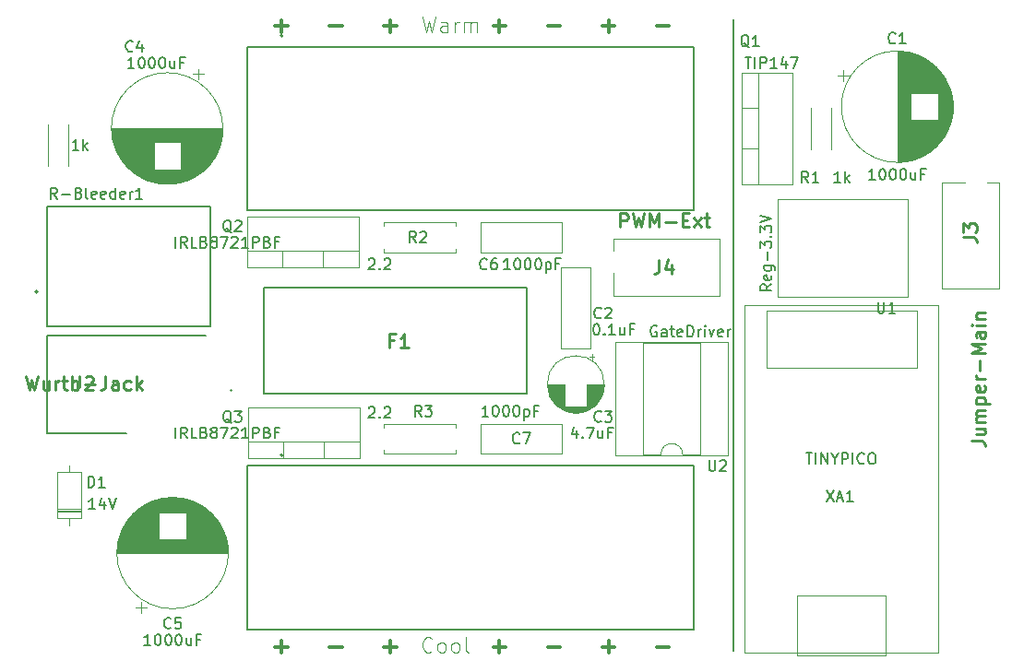
<source format=gbr>
%TF.GenerationSoftware,KiCad,Pcbnew,(5.1.6-0-10_14)*%
%TF.CreationDate,2020-08-18T03:30:43-05:00*%
%TF.ProjectId,Main,4d61696e-2e6b-4696-9361-645f70636258,rev?*%
%TF.SameCoordinates,Original*%
%TF.FileFunction,Legend,Top*%
%TF.FilePolarity,Positive*%
%FSLAX46Y46*%
G04 Gerber Fmt 4.6, Leading zero omitted, Abs format (unit mm)*
G04 Created by KiCad (PCBNEW (5.1.6-0-10_14)) date 2020-08-18 03:30:43*
%MOMM*%
%LPD*%
G01*
G04 APERTURE LIST*
%ADD10C,0.304800*%
%ADD11C,0.152400*%
%ADD12C,0.200000*%
%ADD13C,0.127000*%
%ADD14C,0.120000*%
%ADD15C,0.100000*%
%ADD16C,0.254000*%
%ADD17C,0.150000*%
G04 APERTURE END LIST*
D10*
X62919428Y-92608857D02*
X64080571Y-92608857D01*
X92919428Y-92608857D02*
X94080571Y-92608857D01*
X77919428Y-92608857D02*
X79080571Y-92608857D01*
X78500000Y-93189428D02*
X78500000Y-92028285D01*
X82919428Y-92608857D02*
X84080571Y-92608857D01*
X67919428Y-92608857D02*
X69080571Y-92608857D01*
X68500000Y-93189428D02*
X68500000Y-92028285D01*
X57919428Y-92608857D02*
X59080571Y-92608857D01*
X58500000Y-93189428D02*
X58500000Y-92028285D01*
X87919428Y-92608857D02*
X89080571Y-92608857D01*
X88500000Y-93189428D02*
X88500000Y-92028285D01*
X62919428Y-35608857D02*
X64080571Y-35608857D01*
X92919428Y-35608857D02*
X94080571Y-35608857D01*
X82919428Y-35608857D02*
X84080571Y-35608857D01*
X87919428Y-35608857D02*
X89080571Y-35608857D01*
X88500000Y-36189428D02*
X88500000Y-35028285D01*
X77919428Y-35608857D02*
X79080571Y-35608857D01*
X78500000Y-36189428D02*
X78500000Y-35028285D01*
X67919428Y-35608857D02*
X69080571Y-35608857D01*
X68500000Y-36189428D02*
X68500000Y-35028285D01*
X57919428Y-35608857D02*
X59080571Y-35608857D01*
X58500000Y-36189428D02*
X58500000Y-35028285D01*
D11*
X100000000Y-93000000D02*
X100000000Y-35000000D01*
D12*
%TO.C,F1*%
X56840000Y-59650000D02*
X81000000Y-59650000D01*
X56840000Y-69350000D02*
X56840000Y-59650000D01*
X81000000Y-69350000D02*
X56840000Y-69350000D01*
X81000000Y-59650000D02*
X81000000Y-69350000D01*
%TO.C,J2*%
X53931000Y-69061000D02*
G75*
G03*
X53931000Y-69061000I-64000J0D01*
G01*
X37000000Y-64000000D02*
X51500000Y-64000000D01*
X37000000Y-73000000D02*
X37000000Y-64000000D01*
X44250000Y-73000000D02*
X37000000Y-73000000D01*
D13*
%TO.C,J1*%
X52000000Y-63150000D02*
X37000000Y-63150000D01*
X37000000Y-52150000D02*
X52000000Y-52150000D01*
X37000000Y-63150000D02*
X37000000Y-52150000D01*
X52000000Y-52150000D02*
X52000000Y-63150000D01*
D12*
X36100000Y-60000000D02*
G75*
G03*
X36100000Y-60000000I-100000J0D01*
G01*
D14*
%TO.C,XA1*%
X105784600Y-93397000D02*
X113963400Y-93397000D01*
X113963400Y-87885200D02*
X113963400Y-93397000D01*
X105784600Y-87885200D02*
X113963400Y-87885200D01*
X105784600Y-93397000D02*
X105784600Y-87885200D01*
X116782800Y-66955600D02*
X116782800Y-61748600D01*
X103016000Y-66955600D02*
X116782800Y-66955600D01*
X103016000Y-61748600D02*
X116782800Y-61748600D01*
X103016000Y-66955600D02*
X103016000Y-61748600D01*
X100984000Y-61266000D02*
X118764000Y-61266000D01*
X118764000Y-93143000D02*
X100984000Y-93143000D01*
X118764000Y-61266000D02*
X118764000Y-93143000D01*
X100984000Y-93143000D02*
X100984000Y-61266000D01*
%TO.C,U1*%
X116000000Y-51500000D02*
X116000000Y-60500000D01*
X104000000Y-51500000D02*
X116000000Y-51500000D01*
X104000000Y-60500000D02*
X104000000Y-51500000D01*
X116000000Y-60500000D02*
X104000000Y-60500000D01*
D12*
%TO.C,J7*%
X58600000Y-75000000D02*
G75*
G03*
X58600000Y-75000000I-100000J0D01*
G01*
D13*
X96350000Y-91000000D02*
X55350000Y-91000000D01*
X55350000Y-76000000D02*
X96350000Y-76000000D01*
X96350000Y-76000000D02*
X96350000Y-91000000D01*
X55350000Y-91000000D02*
X55350000Y-76000000D01*
D12*
%TO.C,J6*%
X58600000Y-36500000D02*
G75*
G03*
X58600000Y-36500000I-100000J0D01*
G01*
D13*
X96350000Y-52500000D02*
X55350000Y-52500000D01*
X55350000Y-37500000D02*
X96350000Y-37500000D01*
X96350000Y-37500000D02*
X96350000Y-52500000D01*
X55350000Y-52500000D02*
X55350000Y-37500000D01*
D15*
%TO.C,J4*%
X88975000Y-60370000D02*
X88975000Y-58270000D01*
X98675000Y-60370000D02*
X88975000Y-60370000D01*
X98675000Y-55170000D02*
X98675000Y-60370000D01*
X88975000Y-55170000D02*
X98675000Y-55170000D01*
X88975000Y-55270000D02*
X88975000Y-55170000D01*
X88975000Y-56270000D02*
X88975000Y-55270000D01*
%TO.C,J3*%
X119130000Y-49975000D02*
X121230000Y-49975000D01*
X119130000Y-59675000D02*
X119130000Y-49975000D01*
X124330000Y-59675000D02*
X119130000Y-59675000D01*
X124330000Y-49975000D02*
X124330000Y-59675000D01*
X124230000Y-49975000D02*
X124330000Y-49975000D01*
X123230000Y-49975000D02*
X124230000Y-49975000D01*
D14*
%TO.C,U2*%
X89170000Y-75010000D02*
X99450000Y-75010000D01*
X89170000Y-64610000D02*
X89170000Y-75010000D01*
X99450000Y-64610000D02*
X89170000Y-64610000D01*
X99450000Y-75010000D02*
X99450000Y-64610000D01*
X91660000Y-74950000D02*
X93310000Y-74950000D01*
X91660000Y-64670000D02*
X91660000Y-74950000D01*
X96960000Y-64670000D02*
X91660000Y-64670000D01*
X96960000Y-74950000D02*
X96960000Y-64670000D01*
X95310000Y-74950000D02*
X96960000Y-74950000D01*
X93310000Y-74950000D02*
G75*
G02*
X95310000Y-74950000I1000000J0D01*
G01*
%TO.C,R-Bleeder1*%
X37080000Y-44620000D02*
X37080000Y-48460000D01*
X38920000Y-44620000D02*
X38920000Y-48460000D01*
%TO.C,R3*%
X67920000Y-72130000D02*
X67920000Y-72460000D01*
X74460000Y-72130000D02*
X67920000Y-72130000D01*
X74460000Y-72460000D02*
X74460000Y-72130000D01*
X67920000Y-74870000D02*
X67920000Y-74540000D01*
X74460000Y-74870000D02*
X67920000Y-74870000D01*
X74460000Y-74540000D02*
X74460000Y-74870000D01*
%TO.C,R2*%
X67920000Y-53630000D02*
X67920000Y-53960000D01*
X74460000Y-53630000D02*
X67920000Y-53630000D01*
X74460000Y-53960000D02*
X74460000Y-53630000D01*
X67920000Y-56370000D02*
X67920000Y-56040000D01*
X74460000Y-56370000D02*
X67920000Y-56370000D01*
X74460000Y-56040000D02*
X74460000Y-56370000D01*
%TO.C,R1*%
X108920000Y-46960000D02*
X108920000Y-43120000D01*
X107080000Y-46960000D02*
X107080000Y-43120000D01*
%TO.C,Q3*%
X58689000Y-75270000D02*
X58689000Y-73760000D01*
X62390000Y-75270000D02*
X62390000Y-73760000D01*
X65660000Y-73760000D02*
X55420000Y-73760000D01*
X55420000Y-75270000D02*
X55420000Y-70629000D01*
X65660000Y-75270000D02*
X65660000Y-70629000D01*
X65660000Y-70629000D02*
X55420000Y-70629000D01*
X65660000Y-75270000D02*
X55420000Y-75270000D01*
%TO.C,Q2*%
X58609000Y-57770000D02*
X58609000Y-56260000D01*
X62310000Y-57770000D02*
X62310000Y-56260000D01*
X65580000Y-56260000D02*
X55340000Y-56260000D01*
X55340000Y-57770000D02*
X55340000Y-53129000D01*
X65580000Y-57770000D02*
X65580000Y-53129000D01*
X65580000Y-53129000D02*
X55340000Y-53129000D01*
X65580000Y-57770000D02*
X55340000Y-57770000D01*
%TO.C,Q1*%
X100730000Y-43149000D02*
X102240000Y-43149000D01*
X100730000Y-46850000D02*
X102240000Y-46850000D01*
X102240000Y-50120000D02*
X102240000Y-39880000D01*
X100730000Y-39880000D02*
X105371000Y-39880000D01*
X100730000Y-50120000D02*
X105371000Y-50120000D01*
X105371000Y-50120000D02*
X105371000Y-39880000D01*
X100730000Y-50120000D02*
X100730000Y-39880000D01*
%TO.C,D1*%
X37880000Y-80210000D02*
X40120000Y-80210000D01*
X37880000Y-79970000D02*
X40120000Y-79970000D01*
X37880000Y-80090000D02*
X40120000Y-80090000D01*
X39000000Y-75920000D02*
X39000000Y-76570000D01*
X39000000Y-81460000D02*
X39000000Y-80810000D01*
X37880000Y-76570000D02*
X37880000Y-80810000D01*
X40120000Y-76570000D02*
X37880000Y-76570000D01*
X40120000Y-80810000D02*
X40120000Y-76570000D01*
X37880000Y-80810000D02*
X40120000Y-80810000D01*
%TO.C,C7*%
X84220000Y-72130000D02*
X84220000Y-74870000D01*
X76780000Y-72130000D02*
X76780000Y-74870000D01*
X76780000Y-74870000D02*
X84220000Y-74870000D01*
X76780000Y-72130000D02*
X84220000Y-72130000D01*
%TO.C,C6*%
X84220000Y-53630000D02*
X84220000Y-56370000D01*
X76780000Y-53630000D02*
X76780000Y-56370000D01*
X76780000Y-56370000D02*
X84220000Y-56370000D01*
X76780000Y-53630000D02*
X84220000Y-53630000D01*
%TO.C,C5*%
X45125000Y-88979646D02*
X46125000Y-88979646D01*
X45625000Y-89479646D02*
X45625000Y-88479646D01*
X47901000Y-78919000D02*
X49099000Y-78919000D01*
X47638000Y-78959000D02*
X49362000Y-78959000D01*
X47438000Y-78999000D02*
X49562000Y-78999000D01*
X47270000Y-79039000D02*
X49730000Y-79039000D01*
X47122000Y-79079000D02*
X49878000Y-79079000D01*
X46990000Y-79119000D02*
X50010000Y-79119000D01*
X46870000Y-79159000D02*
X50130000Y-79159000D01*
X46758000Y-79199000D02*
X50242000Y-79199000D01*
X46654000Y-79239000D02*
X50346000Y-79239000D01*
X46556000Y-79279000D02*
X50444000Y-79279000D01*
X46463000Y-79319000D02*
X50537000Y-79319000D01*
X46375000Y-79359000D02*
X50625000Y-79359000D01*
X46291000Y-79399000D02*
X50709000Y-79399000D01*
X46211000Y-79439000D02*
X50789000Y-79439000D01*
X46135000Y-79479000D02*
X50865000Y-79479000D01*
X46061000Y-79519000D02*
X50939000Y-79519000D01*
X45990000Y-79559000D02*
X51010000Y-79559000D01*
X45921000Y-79599000D02*
X51079000Y-79599000D01*
X45855000Y-79639000D02*
X51145000Y-79639000D01*
X45791000Y-79679000D02*
X51209000Y-79679000D01*
X45730000Y-79719000D02*
X51270000Y-79719000D01*
X45670000Y-79759000D02*
X51330000Y-79759000D01*
X45611000Y-79799000D02*
X51389000Y-79799000D01*
X45555000Y-79839000D02*
X51445000Y-79839000D01*
X45500000Y-79879000D02*
X51500000Y-79879000D01*
X45446000Y-79919000D02*
X51554000Y-79919000D01*
X45394000Y-79959000D02*
X51606000Y-79959000D01*
X45344000Y-79999000D02*
X51656000Y-79999000D01*
X45294000Y-80039000D02*
X51706000Y-80039000D01*
X45246000Y-80079000D02*
X51754000Y-80079000D01*
X45199000Y-80119000D02*
X51801000Y-80119000D01*
X45153000Y-80159000D02*
X51847000Y-80159000D01*
X45108000Y-80199000D02*
X51892000Y-80199000D01*
X45064000Y-80239000D02*
X51936000Y-80239000D01*
X49741000Y-80279000D02*
X51978000Y-80279000D01*
X45022000Y-80279000D02*
X47259000Y-80279000D01*
X49741000Y-80319000D02*
X52020000Y-80319000D01*
X44980000Y-80319000D02*
X47259000Y-80319000D01*
X49741000Y-80359000D02*
X52061000Y-80359000D01*
X44939000Y-80359000D02*
X47259000Y-80359000D01*
X49741000Y-80399000D02*
X52101000Y-80399000D01*
X44899000Y-80399000D02*
X47259000Y-80399000D01*
X49741000Y-80439000D02*
X52140000Y-80439000D01*
X44860000Y-80439000D02*
X47259000Y-80439000D01*
X49741000Y-80479000D02*
X52179000Y-80479000D01*
X44821000Y-80479000D02*
X47259000Y-80479000D01*
X49741000Y-80519000D02*
X52216000Y-80519000D01*
X44784000Y-80519000D02*
X47259000Y-80519000D01*
X49741000Y-80559000D02*
X52253000Y-80559000D01*
X44747000Y-80559000D02*
X47259000Y-80559000D01*
X49741000Y-80599000D02*
X52289000Y-80599000D01*
X44711000Y-80599000D02*
X47259000Y-80599000D01*
X49741000Y-80639000D02*
X52324000Y-80639000D01*
X44676000Y-80639000D02*
X47259000Y-80639000D01*
X49741000Y-80679000D02*
X52358000Y-80679000D01*
X44642000Y-80679000D02*
X47259000Y-80679000D01*
X49741000Y-80719000D02*
X52392000Y-80719000D01*
X44608000Y-80719000D02*
X47259000Y-80719000D01*
X49741000Y-80759000D02*
X52425000Y-80759000D01*
X44575000Y-80759000D02*
X47259000Y-80759000D01*
X49741000Y-80799000D02*
X52457000Y-80799000D01*
X44543000Y-80799000D02*
X47259000Y-80799000D01*
X49741000Y-80839000D02*
X52489000Y-80839000D01*
X44511000Y-80839000D02*
X47259000Y-80839000D01*
X49741000Y-80879000D02*
X52520000Y-80879000D01*
X44480000Y-80879000D02*
X47259000Y-80879000D01*
X49741000Y-80919000D02*
X52550000Y-80919000D01*
X44450000Y-80919000D02*
X47259000Y-80919000D01*
X49741000Y-80959000D02*
X52580000Y-80959000D01*
X44420000Y-80959000D02*
X47259000Y-80959000D01*
X49741000Y-80999000D02*
X52610000Y-80999000D01*
X44390000Y-80999000D02*
X47259000Y-80999000D01*
X49741000Y-81039000D02*
X52638000Y-81039000D01*
X44362000Y-81039000D02*
X47259000Y-81039000D01*
X49741000Y-81079000D02*
X52666000Y-81079000D01*
X44334000Y-81079000D02*
X47259000Y-81079000D01*
X49741000Y-81119000D02*
X52694000Y-81119000D01*
X44306000Y-81119000D02*
X47259000Y-81119000D01*
X49741000Y-81159000D02*
X52721000Y-81159000D01*
X44279000Y-81159000D02*
X47259000Y-81159000D01*
X49741000Y-81199000D02*
X52747000Y-81199000D01*
X44253000Y-81199000D02*
X47259000Y-81199000D01*
X49741000Y-81239000D02*
X52773000Y-81239000D01*
X44227000Y-81239000D02*
X47259000Y-81239000D01*
X49741000Y-81279000D02*
X52798000Y-81279000D01*
X44202000Y-81279000D02*
X47259000Y-81279000D01*
X49741000Y-81319000D02*
X52823000Y-81319000D01*
X44177000Y-81319000D02*
X47259000Y-81319000D01*
X49741000Y-81359000D02*
X52847000Y-81359000D01*
X44153000Y-81359000D02*
X47259000Y-81359000D01*
X49741000Y-81399000D02*
X52871000Y-81399000D01*
X44129000Y-81399000D02*
X47259000Y-81399000D01*
X49741000Y-81439000D02*
X52895000Y-81439000D01*
X44105000Y-81439000D02*
X47259000Y-81439000D01*
X49741000Y-81479000D02*
X52917000Y-81479000D01*
X44083000Y-81479000D02*
X47259000Y-81479000D01*
X49741000Y-81519000D02*
X52940000Y-81519000D01*
X44060000Y-81519000D02*
X47259000Y-81519000D01*
X49741000Y-81559000D02*
X52962000Y-81559000D01*
X44038000Y-81559000D02*
X47259000Y-81559000D01*
X49741000Y-81599000D02*
X52983000Y-81599000D01*
X44017000Y-81599000D02*
X47259000Y-81599000D01*
X49741000Y-81639000D02*
X53004000Y-81639000D01*
X43996000Y-81639000D02*
X47259000Y-81639000D01*
X49741000Y-81679000D02*
X53025000Y-81679000D01*
X43975000Y-81679000D02*
X47259000Y-81679000D01*
X49741000Y-81719000D02*
X53045000Y-81719000D01*
X43955000Y-81719000D02*
X47259000Y-81719000D01*
X49741000Y-81759000D02*
X53064000Y-81759000D01*
X43936000Y-81759000D02*
X47259000Y-81759000D01*
X49741000Y-81799000D02*
X53084000Y-81799000D01*
X43916000Y-81799000D02*
X47259000Y-81799000D01*
X49741000Y-81839000D02*
X53103000Y-81839000D01*
X43897000Y-81839000D02*
X47259000Y-81839000D01*
X49741000Y-81879000D02*
X53121000Y-81879000D01*
X43879000Y-81879000D02*
X47259000Y-81879000D01*
X49741000Y-81919000D02*
X53139000Y-81919000D01*
X43861000Y-81919000D02*
X47259000Y-81919000D01*
X49741000Y-81959000D02*
X53157000Y-81959000D01*
X43843000Y-81959000D02*
X47259000Y-81959000D01*
X49741000Y-81999000D02*
X53174000Y-81999000D01*
X43826000Y-81999000D02*
X47259000Y-81999000D01*
X49741000Y-82039000D02*
X53190000Y-82039000D01*
X43810000Y-82039000D02*
X47259000Y-82039000D01*
X49741000Y-82079000D02*
X53207000Y-82079000D01*
X43793000Y-82079000D02*
X47259000Y-82079000D01*
X49741000Y-82119000D02*
X53223000Y-82119000D01*
X43777000Y-82119000D02*
X47259000Y-82119000D01*
X49741000Y-82159000D02*
X53238000Y-82159000D01*
X43762000Y-82159000D02*
X47259000Y-82159000D01*
X49741000Y-82199000D02*
X53254000Y-82199000D01*
X43746000Y-82199000D02*
X47259000Y-82199000D01*
X49741000Y-82239000D02*
X53268000Y-82239000D01*
X43732000Y-82239000D02*
X47259000Y-82239000D01*
X49741000Y-82279000D02*
X53283000Y-82279000D01*
X43717000Y-82279000D02*
X47259000Y-82279000D01*
X49741000Y-82319000D02*
X53297000Y-82319000D01*
X43703000Y-82319000D02*
X47259000Y-82319000D01*
X49741000Y-82359000D02*
X53311000Y-82359000D01*
X43689000Y-82359000D02*
X47259000Y-82359000D01*
X49741000Y-82399000D02*
X53324000Y-82399000D01*
X43676000Y-82399000D02*
X47259000Y-82399000D01*
X49741000Y-82439000D02*
X53337000Y-82439000D01*
X43663000Y-82439000D02*
X47259000Y-82439000D01*
X49741000Y-82479000D02*
X53350000Y-82479000D01*
X43650000Y-82479000D02*
X47259000Y-82479000D01*
X49741000Y-82519000D02*
X53362000Y-82519000D01*
X43638000Y-82519000D02*
X47259000Y-82519000D01*
X49741000Y-82559000D02*
X53374000Y-82559000D01*
X43626000Y-82559000D02*
X47259000Y-82559000D01*
X49741000Y-82599000D02*
X53385000Y-82599000D01*
X43615000Y-82599000D02*
X47259000Y-82599000D01*
X49741000Y-82639000D02*
X53397000Y-82639000D01*
X43603000Y-82639000D02*
X47259000Y-82639000D01*
X49741000Y-82679000D02*
X53407000Y-82679000D01*
X43593000Y-82679000D02*
X47259000Y-82679000D01*
X49741000Y-82719000D02*
X53418000Y-82719000D01*
X43582000Y-82719000D02*
X47259000Y-82719000D01*
X43572000Y-82759000D02*
X53428000Y-82759000D01*
X43562000Y-82799000D02*
X53438000Y-82799000D01*
X43553000Y-82839000D02*
X53447000Y-82839000D01*
X43544000Y-82879000D02*
X53456000Y-82879000D01*
X43535000Y-82919000D02*
X53465000Y-82919000D01*
X43526000Y-82959000D02*
X53474000Y-82959000D01*
X43518000Y-82999000D02*
X53482000Y-82999000D01*
X43510000Y-83039000D02*
X53490000Y-83039000D01*
X43503000Y-83079000D02*
X53497000Y-83079000D01*
X43496000Y-83119000D02*
X53504000Y-83119000D01*
X43489000Y-83159000D02*
X53511000Y-83159000D01*
X43482000Y-83199000D02*
X53518000Y-83199000D01*
X43476000Y-83239000D02*
X53524000Y-83239000D01*
X43470000Y-83279000D02*
X53530000Y-83279000D01*
X43465000Y-83320000D02*
X53535000Y-83320000D01*
X43460000Y-83360000D02*
X53540000Y-83360000D01*
X43455000Y-83400000D02*
X53545000Y-83400000D01*
X43450000Y-83440000D02*
X53550000Y-83440000D01*
X43446000Y-83480000D02*
X53554000Y-83480000D01*
X43442000Y-83520000D02*
X53558000Y-83520000D01*
X43438000Y-83560000D02*
X53562000Y-83560000D01*
X43435000Y-83600000D02*
X53565000Y-83600000D01*
X43432000Y-83640000D02*
X53568000Y-83640000D01*
X43430000Y-83680000D02*
X53570000Y-83680000D01*
X43427000Y-83720000D02*
X53573000Y-83720000D01*
X43425000Y-83760000D02*
X53575000Y-83760000D01*
X43423000Y-83800000D02*
X53577000Y-83800000D01*
X43422000Y-83840000D02*
X53578000Y-83840000D01*
X43421000Y-83880000D02*
X53579000Y-83880000D01*
X43420000Y-83920000D02*
X53580000Y-83920000D01*
X43420000Y-83960000D02*
X53580000Y-83960000D01*
X43420000Y-84000000D02*
X53580000Y-84000000D01*
X53620000Y-84000000D02*
G75*
G03*
X53620000Y-84000000I-5120000J0D01*
G01*
%TO.C,C4*%
X51375000Y-40020354D02*
X50375000Y-40020354D01*
X50875000Y-39520354D02*
X50875000Y-40520354D01*
X48599000Y-50081000D02*
X47401000Y-50081000D01*
X48862000Y-50041000D02*
X47138000Y-50041000D01*
X49062000Y-50001000D02*
X46938000Y-50001000D01*
X49230000Y-49961000D02*
X46770000Y-49961000D01*
X49378000Y-49921000D02*
X46622000Y-49921000D01*
X49510000Y-49881000D02*
X46490000Y-49881000D01*
X49630000Y-49841000D02*
X46370000Y-49841000D01*
X49742000Y-49801000D02*
X46258000Y-49801000D01*
X49846000Y-49761000D02*
X46154000Y-49761000D01*
X49944000Y-49721000D02*
X46056000Y-49721000D01*
X50037000Y-49681000D02*
X45963000Y-49681000D01*
X50125000Y-49641000D02*
X45875000Y-49641000D01*
X50209000Y-49601000D02*
X45791000Y-49601000D01*
X50289000Y-49561000D02*
X45711000Y-49561000D01*
X50365000Y-49521000D02*
X45635000Y-49521000D01*
X50439000Y-49481000D02*
X45561000Y-49481000D01*
X50510000Y-49441000D02*
X45490000Y-49441000D01*
X50579000Y-49401000D02*
X45421000Y-49401000D01*
X50645000Y-49361000D02*
X45355000Y-49361000D01*
X50709000Y-49321000D02*
X45291000Y-49321000D01*
X50770000Y-49281000D02*
X45230000Y-49281000D01*
X50830000Y-49241000D02*
X45170000Y-49241000D01*
X50889000Y-49201000D02*
X45111000Y-49201000D01*
X50945000Y-49161000D02*
X45055000Y-49161000D01*
X51000000Y-49121000D02*
X45000000Y-49121000D01*
X51054000Y-49081000D02*
X44946000Y-49081000D01*
X51106000Y-49041000D02*
X44894000Y-49041000D01*
X51156000Y-49001000D02*
X44844000Y-49001000D01*
X51206000Y-48961000D02*
X44794000Y-48961000D01*
X51254000Y-48921000D02*
X44746000Y-48921000D01*
X51301000Y-48881000D02*
X44699000Y-48881000D01*
X51347000Y-48841000D02*
X44653000Y-48841000D01*
X51392000Y-48801000D02*
X44608000Y-48801000D01*
X51436000Y-48761000D02*
X44564000Y-48761000D01*
X46759000Y-48721000D02*
X44522000Y-48721000D01*
X51478000Y-48721000D02*
X49241000Y-48721000D01*
X46759000Y-48681000D02*
X44480000Y-48681000D01*
X51520000Y-48681000D02*
X49241000Y-48681000D01*
X46759000Y-48641000D02*
X44439000Y-48641000D01*
X51561000Y-48641000D02*
X49241000Y-48641000D01*
X46759000Y-48601000D02*
X44399000Y-48601000D01*
X51601000Y-48601000D02*
X49241000Y-48601000D01*
X46759000Y-48561000D02*
X44360000Y-48561000D01*
X51640000Y-48561000D02*
X49241000Y-48561000D01*
X46759000Y-48521000D02*
X44321000Y-48521000D01*
X51679000Y-48521000D02*
X49241000Y-48521000D01*
X46759000Y-48481000D02*
X44284000Y-48481000D01*
X51716000Y-48481000D02*
X49241000Y-48481000D01*
X46759000Y-48441000D02*
X44247000Y-48441000D01*
X51753000Y-48441000D02*
X49241000Y-48441000D01*
X46759000Y-48401000D02*
X44211000Y-48401000D01*
X51789000Y-48401000D02*
X49241000Y-48401000D01*
X46759000Y-48361000D02*
X44176000Y-48361000D01*
X51824000Y-48361000D02*
X49241000Y-48361000D01*
X46759000Y-48321000D02*
X44142000Y-48321000D01*
X51858000Y-48321000D02*
X49241000Y-48321000D01*
X46759000Y-48281000D02*
X44108000Y-48281000D01*
X51892000Y-48281000D02*
X49241000Y-48281000D01*
X46759000Y-48241000D02*
X44075000Y-48241000D01*
X51925000Y-48241000D02*
X49241000Y-48241000D01*
X46759000Y-48201000D02*
X44043000Y-48201000D01*
X51957000Y-48201000D02*
X49241000Y-48201000D01*
X46759000Y-48161000D02*
X44011000Y-48161000D01*
X51989000Y-48161000D02*
X49241000Y-48161000D01*
X46759000Y-48121000D02*
X43980000Y-48121000D01*
X52020000Y-48121000D02*
X49241000Y-48121000D01*
X46759000Y-48081000D02*
X43950000Y-48081000D01*
X52050000Y-48081000D02*
X49241000Y-48081000D01*
X46759000Y-48041000D02*
X43920000Y-48041000D01*
X52080000Y-48041000D02*
X49241000Y-48041000D01*
X46759000Y-48001000D02*
X43890000Y-48001000D01*
X52110000Y-48001000D02*
X49241000Y-48001000D01*
X46759000Y-47961000D02*
X43862000Y-47961000D01*
X52138000Y-47961000D02*
X49241000Y-47961000D01*
X46759000Y-47921000D02*
X43834000Y-47921000D01*
X52166000Y-47921000D02*
X49241000Y-47921000D01*
X46759000Y-47881000D02*
X43806000Y-47881000D01*
X52194000Y-47881000D02*
X49241000Y-47881000D01*
X46759000Y-47841000D02*
X43779000Y-47841000D01*
X52221000Y-47841000D02*
X49241000Y-47841000D01*
X46759000Y-47801000D02*
X43753000Y-47801000D01*
X52247000Y-47801000D02*
X49241000Y-47801000D01*
X46759000Y-47761000D02*
X43727000Y-47761000D01*
X52273000Y-47761000D02*
X49241000Y-47761000D01*
X46759000Y-47721000D02*
X43702000Y-47721000D01*
X52298000Y-47721000D02*
X49241000Y-47721000D01*
X46759000Y-47681000D02*
X43677000Y-47681000D01*
X52323000Y-47681000D02*
X49241000Y-47681000D01*
X46759000Y-47641000D02*
X43653000Y-47641000D01*
X52347000Y-47641000D02*
X49241000Y-47641000D01*
X46759000Y-47601000D02*
X43629000Y-47601000D01*
X52371000Y-47601000D02*
X49241000Y-47601000D01*
X46759000Y-47561000D02*
X43605000Y-47561000D01*
X52395000Y-47561000D02*
X49241000Y-47561000D01*
X46759000Y-47521000D02*
X43583000Y-47521000D01*
X52417000Y-47521000D02*
X49241000Y-47521000D01*
X46759000Y-47481000D02*
X43560000Y-47481000D01*
X52440000Y-47481000D02*
X49241000Y-47481000D01*
X46759000Y-47441000D02*
X43538000Y-47441000D01*
X52462000Y-47441000D02*
X49241000Y-47441000D01*
X46759000Y-47401000D02*
X43517000Y-47401000D01*
X52483000Y-47401000D02*
X49241000Y-47401000D01*
X46759000Y-47361000D02*
X43496000Y-47361000D01*
X52504000Y-47361000D02*
X49241000Y-47361000D01*
X46759000Y-47321000D02*
X43475000Y-47321000D01*
X52525000Y-47321000D02*
X49241000Y-47321000D01*
X46759000Y-47281000D02*
X43455000Y-47281000D01*
X52545000Y-47281000D02*
X49241000Y-47281000D01*
X46759000Y-47241000D02*
X43436000Y-47241000D01*
X52564000Y-47241000D02*
X49241000Y-47241000D01*
X46759000Y-47201000D02*
X43416000Y-47201000D01*
X52584000Y-47201000D02*
X49241000Y-47201000D01*
X46759000Y-47161000D02*
X43397000Y-47161000D01*
X52603000Y-47161000D02*
X49241000Y-47161000D01*
X46759000Y-47121000D02*
X43379000Y-47121000D01*
X52621000Y-47121000D02*
X49241000Y-47121000D01*
X46759000Y-47081000D02*
X43361000Y-47081000D01*
X52639000Y-47081000D02*
X49241000Y-47081000D01*
X46759000Y-47041000D02*
X43343000Y-47041000D01*
X52657000Y-47041000D02*
X49241000Y-47041000D01*
X46759000Y-47001000D02*
X43326000Y-47001000D01*
X52674000Y-47001000D02*
X49241000Y-47001000D01*
X46759000Y-46961000D02*
X43310000Y-46961000D01*
X52690000Y-46961000D02*
X49241000Y-46961000D01*
X46759000Y-46921000D02*
X43293000Y-46921000D01*
X52707000Y-46921000D02*
X49241000Y-46921000D01*
X46759000Y-46881000D02*
X43277000Y-46881000D01*
X52723000Y-46881000D02*
X49241000Y-46881000D01*
X46759000Y-46841000D02*
X43262000Y-46841000D01*
X52738000Y-46841000D02*
X49241000Y-46841000D01*
X46759000Y-46801000D02*
X43246000Y-46801000D01*
X52754000Y-46801000D02*
X49241000Y-46801000D01*
X46759000Y-46761000D02*
X43232000Y-46761000D01*
X52768000Y-46761000D02*
X49241000Y-46761000D01*
X46759000Y-46721000D02*
X43217000Y-46721000D01*
X52783000Y-46721000D02*
X49241000Y-46721000D01*
X46759000Y-46681000D02*
X43203000Y-46681000D01*
X52797000Y-46681000D02*
X49241000Y-46681000D01*
X46759000Y-46641000D02*
X43189000Y-46641000D01*
X52811000Y-46641000D02*
X49241000Y-46641000D01*
X46759000Y-46601000D02*
X43176000Y-46601000D01*
X52824000Y-46601000D02*
X49241000Y-46601000D01*
X46759000Y-46561000D02*
X43163000Y-46561000D01*
X52837000Y-46561000D02*
X49241000Y-46561000D01*
X46759000Y-46521000D02*
X43150000Y-46521000D01*
X52850000Y-46521000D02*
X49241000Y-46521000D01*
X46759000Y-46481000D02*
X43138000Y-46481000D01*
X52862000Y-46481000D02*
X49241000Y-46481000D01*
X46759000Y-46441000D02*
X43126000Y-46441000D01*
X52874000Y-46441000D02*
X49241000Y-46441000D01*
X46759000Y-46401000D02*
X43115000Y-46401000D01*
X52885000Y-46401000D02*
X49241000Y-46401000D01*
X46759000Y-46361000D02*
X43103000Y-46361000D01*
X52897000Y-46361000D02*
X49241000Y-46361000D01*
X46759000Y-46321000D02*
X43093000Y-46321000D01*
X52907000Y-46321000D02*
X49241000Y-46321000D01*
X46759000Y-46281000D02*
X43082000Y-46281000D01*
X52918000Y-46281000D02*
X49241000Y-46281000D01*
X52928000Y-46241000D02*
X43072000Y-46241000D01*
X52938000Y-46201000D02*
X43062000Y-46201000D01*
X52947000Y-46161000D02*
X43053000Y-46161000D01*
X52956000Y-46121000D02*
X43044000Y-46121000D01*
X52965000Y-46081000D02*
X43035000Y-46081000D01*
X52974000Y-46041000D02*
X43026000Y-46041000D01*
X52982000Y-46001000D02*
X43018000Y-46001000D01*
X52990000Y-45961000D02*
X43010000Y-45961000D01*
X52997000Y-45921000D02*
X43003000Y-45921000D01*
X53004000Y-45881000D02*
X42996000Y-45881000D01*
X53011000Y-45841000D02*
X42989000Y-45841000D01*
X53018000Y-45801000D02*
X42982000Y-45801000D01*
X53024000Y-45761000D02*
X42976000Y-45761000D01*
X53030000Y-45721000D02*
X42970000Y-45721000D01*
X53035000Y-45680000D02*
X42965000Y-45680000D01*
X53040000Y-45640000D02*
X42960000Y-45640000D01*
X53045000Y-45600000D02*
X42955000Y-45600000D01*
X53050000Y-45560000D02*
X42950000Y-45560000D01*
X53054000Y-45520000D02*
X42946000Y-45520000D01*
X53058000Y-45480000D02*
X42942000Y-45480000D01*
X53062000Y-45440000D02*
X42938000Y-45440000D01*
X53065000Y-45400000D02*
X42935000Y-45400000D01*
X53068000Y-45360000D02*
X42932000Y-45360000D01*
X53070000Y-45320000D02*
X42930000Y-45320000D01*
X53073000Y-45280000D02*
X42927000Y-45280000D01*
X53075000Y-45240000D02*
X42925000Y-45240000D01*
X53077000Y-45200000D02*
X42923000Y-45200000D01*
X53078000Y-45160000D02*
X42922000Y-45160000D01*
X53079000Y-45120000D02*
X42921000Y-45120000D01*
X53080000Y-45080000D02*
X42920000Y-45080000D01*
X53080000Y-45040000D02*
X42920000Y-45040000D01*
X53080000Y-45000000D02*
X42920000Y-45000000D01*
X53120000Y-45000000D02*
G75*
G03*
X53120000Y-45000000I-5120000J0D01*
G01*
%TO.C,C3*%
X87225000Y-65945225D02*
X86725000Y-65945225D01*
X86975000Y-65695225D02*
X86975000Y-66195225D01*
X85784000Y-71101000D02*
X85216000Y-71101000D01*
X86018000Y-71061000D02*
X84982000Y-71061000D01*
X86177000Y-71021000D02*
X84823000Y-71021000D01*
X86305000Y-70981000D02*
X84695000Y-70981000D01*
X86415000Y-70941000D02*
X84585000Y-70941000D01*
X86511000Y-70901000D02*
X84489000Y-70901000D01*
X86598000Y-70861000D02*
X84402000Y-70861000D01*
X86678000Y-70821000D02*
X84322000Y-70821000D01*
X86751000Y-70781000D02*
X84249000Y-70781000D01*
X86819000Y-70741000D02*
X84181000Y-70741000D01*
X86883000Y-70701000D02*
X84117000Y-70701000D01*
X86943000Y-70661000D02*
X84057000Y-70661000D01*
X87000000Y-70621000D02*
X84000000Y-70621000D01*
X87054000Y-70581000D02*
X83946000Y-70581000D01*
X87105000Y-70541000D02*
X83895000Y-70541000D01*
X84460000Y-70501000D02*
X83847000Y-70501000D01*
X87153000Y-70501000D02*
X86540000Y-70501000D01*
X84460000Y-70461000D02*
X83801000Y-70461000D01*
X87199000Y-70461000D02*
X86540000Y-70461000D01*
X84460000Y-70421000D02*
X83757000Y-70421000D01*
X87243000Y-70421000D02*
X86540000Y-70421000D01*
X84460000Y-70381000D02*
X83715000Y-70381000D01*
X87285000Y-70381000D02*
X86540000Y-70381000D01*
X84460000Y-70341000D02*
X83674000Y-70341000D01*
X87326000Y-70341000D02*
X86540000Y-70341000D01*
X84460000Y-70301000D02*
X83636000Y-70301000D01*
X87364000Y-70301000D02*
X86540000Y-70301000D01*
X84460000Y-70261000D02*
X83599000Y-70261000D01*
X87401000Y-70261000D02*
X86540000Y-70261000D01*
X84460000Y-70221000D02*
X83563000Y-70221000D01*
X87437000Y-70221000D02*
X86540000Y-70221000D01*
X84460000Y-70181000D02*
X83529000Y-70181000D01*
X87471000Y-70181000D02*
X86540000Y-70181000D01*
X84460000Y-70141000D02*
X83496000Y-70141000D01*
X87504000Y-70141000D02*
X86540000Y-70141000D01*
X84460000Y-70101000D02*
X83465000Y-70101000D01*
X87535000Y-70101000D02*
X86540000Y-70101000D01*
X84460000Y-70061000D02*
X83435000Y-70061000D01*
X87565000Y-70061000D02*
X86540000Y-70061000D01*
X84460000Y-70021000D02*
X83405000Y-70021000D01*
X87595000Y-70021000D02*
X86540000Y-70021000D01*
X84460000Y-69981000D02*
X83378000Y-69981000D01*
X87622000Y-69981000D02*
X86540000Y-69981000D01*
X84460000Y-69941000D02*
X83351000Y-69941000D01*
X87649000Y-69941000D02*
X86540000Y-69941000D01*
X84460000Y-69901000D02*
X83325000Y-69901000D01*
X87675000Y-69901000D02*
X86540000Y-69901000D01*
X84460000Y-69861000D02*
X83300000Y-69861000D01*
X87700000Y-69861000D02*
X86540000Y-69861000D01*
X84460000Y-69821000D02*
X83276000Y-69821000D01*
X87724000Y-69821000D02*
X86540000Y-69821000D01*
X84460000Y-69781000D02*
X83253000Y-69781000D01*
X87747000Y-69781000D02*
X86540000Y-69781000D01*
X84460000Y-69741000D02*
X83232000Y-69741000D01*
X87768000Y-69741000D02*
X86540000Y-69741000D01*
X84460000Y-69701000D02*
X83210000Y-69701000D01*
X87790000Y-69701000D02*
X86540000Y-69701000D01*
X84460000Y-69661000D02*
X83190000Y-69661000D01*
X87810000Y-69661000D02*
X86540000Y-69661000D01*
X84460000Y-69621000D02*
X83171000Y-69621000D01*
X87829000Y-69621000D02*
X86540000Y-69621000D01*
X84460000Y-69581000D02*
X83152000Y-69581000D01*
X87848000Y-69581000D02*
X86540000Y-69581000D01*
X84460000Y-69541000D02*
X83135000Y-69541000D01*
X87865000Y-69541000D02*
X86540000Y-69541000D01*
X84460000Y-69501000D02*
X83118000Y-69501000D01*
X87882000Y-69501000D02*
X86540000Y-69501000D01*
X84460000Y-69461000D02*
X83102000Y-69461000D01*
X87898000Y-69461000D02*
X86540000Y-69461000D01*
X84460000Y-69421000D02*
X83086000Y-69421000D01*
X87914000Y-69421000D02*
X86540000Y-69421000D01*
X84460000Y-69381000D02*
X83072000Y-69381000D01*
X87928000Y-69381000D02*
X86540000Y-69381000D01*
X84460000Y-69341000D02*
X83058000Y-69341000D01*
X87942000Y-69341000D02*
X86540000Y-69341000D01*
X84460000Y-69301000D02*
X83045000Y-69301000D01*
X87955000Y-69301000D02*
X86540000Y-69301000D01*
X84460000Y-69261000D02*
X83032000Y-69261000D01*
X87968000Y-69261000D02*
X86540000Y-69261000D01*
X84460000Y-69221000D02*
X83020000Y-69221000D01*
X87980000Y-69221000D02*
X86540000Y-69221000D01*
X84460000Y-69180000D02*
X83009000Y-69180000D01*
X87991000Y-69180000D02*
X86540000Y-69180000D01*
X84460000Y-69140000D02*
X82999000Y-69140000D01*
X88001000Y-69140000D02*
X86540000Y-69140000D01*
X84460000Y-69100000D02*
X82989000Y-69100000D01*
X88011000Y-69100000D02*
X86540000Y-69100000D01*
X84460000Y-69060000D02*
X82980000Y-69060000D01*
X88020000Y-69060000D02*
X86540000Y-69060000D01*
X84460000Y-69020000D02*
X82972000Y-69020000D01*
X88028000Y-69020000D02*
X86540000Y-69020000D01*
X84460000Y-68980000D02*
X82964000Y-68980000D01*
X88036000Y-68980000D02*
X86540000Y-68980000D01*
X84460000Y-68940000D02*
X82957000Y-68940000D01*
X88043000Y-68940000D02*
X86540000Y-68940000D01*
X84460000Y-68900000D02*
X82950000Y-68900000D01*
X88050000Y-68900000D02*
X86540000Y-68900000D01*
X84460000Y-68860000D02*
X82944000Y-68860000D01*
X88056000Y-68860000D02*
X86540000Y-68860000D01*
X84460000Y-68820000D02*
X82939000Y-68820000D01*
X88061000Y-68820000D02*
X86540000Y-68820000D01*
X84460000Y-68780000D02*
X82935000Y-68780000D01*
X88065000Y-68780000D02*
X86540000Y-68780000D01*
X84460000Y-68740000D02*
X82931000Y-68740000D01*
X88069000Y-68740000D02*
X86540000Y-68740000D01*
X84460000Y-68700000D02*
X82927000Y-68700000D01*
X88073000Y-68700000D02*
X86540000Y-68700000D01*
X84460000Y-68660000D02*
X82924000Y-68660000D01*
X88076000Y-68660000D02*
X86540000Y-68660000D01*
X84460000Y-68620000D02*
X82922000Y-68620000D01*
X88078000Y-68620000D02*
X86540000Y-68620000D01*
X84460000Y-68580000D02*
X82921000Y-68580000D01*
X88079000Y-68580000D02*
X86540000Y-68580000D01*
X88080000Y-68540000D02*
X86540000Y-68540000D01*
X84460000Y-68540000D02*
X82920000Y-68540000D01*
X88080000Y-68500000D02*
X86540000Y-68500000D01*
X84460000Y-68500000D02*
X82920000Y-68500000D01*
X88120000Y-68500000D02*
G75*
G03*
X88120000Y-68500000I-2620000J0D01*
G01*
%TO.C,C2*%
X84130000Y-57780000D02*
X86870000Y-57780000D01*
X84130000Y-65220000D02*
X86870000Y-65220000D01*
X86870000Y-65220000D02*
X86870000Y-57780000D01*
X84130000Y-65220000D02*
X84130000Y-57780000D01*
%TO.C,C1*%
X110020354Y-39625000D02*
X110020354Y-40625000D01*
X109520354Y-40125000D02*
X110520354Y-40125000D01*
X120081000Y-42401000D02*
X120081000Y-43599000D01*
X120041000Y-42138000D02*
X120041000Y-43862000D01*
X120001000Y-41938000D02*
X120001000Y-44062000D01*
X119961000Y-41770000D02*
X119961000Y-44230000D01*
X119921000Y-41622000D02*
X119921000Y-44378000D01*
X119881000Y-41490000D02*
X119881000Y-44510000D01*
X119841000Y-41370000D02*
X119841000Y-44630000D01*
X119801000Y-41258000D02*
X119801000Y-44742000D01*
X119761000Y-41154000D02*
X119761000Y-44846000D01*
X119721000Y-41056000D02*
X119721000Y-44944000D01*
X119681000Y-40963000D02*
X119681000Y-45037000D01*
X119641000Y-40875000D02*
X119641000Y-45125000D01*
X119601000Y-40791000D02*
X119601000Y-45209000D01*
X119561000Y-40711000D02*
X119561000Y-45289000D01*
X119521000Y-40635000D02*
X119521000Y-45365000D01*
X119481000Y-40561000D02*
X119481000Y-45439000D01*
X119441000Y-40490000D02*
X119441000Y-45510000D01*
X119401000Y-40421000D02*
X119401000Y-45579000D01*
X119361000Y-40355000D02*
X119361000Y-45645000D01*
X119321000Y-40291000D02*
X119321000Y-45709000D01*
X119281000Y-40230000D02*
X119281000Y-45770000D01*
X119241000Y-40170000D02*
X119241000Y-45830000D01*
X119201000Y-40111000D02*
X119201000Y-45889000D01*
X119161000Y-40055000D02*
X119161000Y-45945000D01*
X119121000Y-40000000D02*
X119121000Y-46000000D01*
X119081000Y-39946000D02*
X119081000Y-46054000D01*
X119041000Y-39894000D02*
X119041000Y-46106000D01*
X119001000Y-39844000D02*
X119001000Y-46156000D01*
X118961000Y-39794000D02*
X118961000Y-46206000D01*
X118921000Y-39746000D02*
X118921000Y-46254000D01*
X118881000Y-39699000D02*
X118881000Y-46301000D01*
X118841000Y-39653000D02*
X118841000Y-46347000D01*
X118801000Y-39608000D02*
X118801000Y-46392000D01*
X118761000Y-39564000D02*
X118761000Y-46436000D01*
X118721000Y-44241000D02*
X118721000Y-46478000D01*
X118721000Y-39522000D02*
X118721000Y-41759000D01*
X118681000Y-44241000D02*
X118681000Y-46520000D01*
X118681000Y-39480000D02*
X118681000Y-41759000D01*
X118641000Y-44241000D02*
X118641000Y-46561000D01*
X118641000Y-39439000D02*
X118641000Y-41759000D01*
X118601000Y-44241000D02*
X118601000Y-46601000D01*
X118601000Y-39399000D02*
X118601000Y-41759000D01*
X118561000Y-44241000D02*
X118561000Y-46640000D01*
X118561000Y-39360000D02*
X118561000Y-41759000D01*
X118521000Y-44241000D02*
X118521000Y-46679000D01*
X118521000Y-39321000D02*
X118521000Y-41759000D01*
X118481000Y-44241000D02*
X118481000Y-46716000D01*
X118481000Y-39284000D02*
X118481000Y-41759000D01*
X118441000Y-44241000D02*
X118441000Y-46753000D01*
X118441000Y-39247000D02*
X118441000Y-41759000D01*
X118401000Y-44241000D02*
X118401000Y-46789000D01*
X118401000Y-39211000D02*
X118401000Y-41759000D01*
X118361000Y-44241000D02*
X118361000Y-46824000D01*
X118361000Y-39176000D02*
X118361000Y-41759000D01*
X118321000Y-44241000D02*
X118321000Y-46858000D01*
X118321000Y-39142000D02*
X118321000Y-41759000D01*
X118281000Y-44241000D02*
X118281000Y-46892000D01*
X118281000Y-39108000D02*
X118281000Y-41759000D01*
X118241000Y-44241000D02*
X118241000Y-46925000D01*
X118241000Y-39075000D02*
X118241000Y-41759000D01*
X118201000Y-44241000D02*
X118201000Y-46957000D01*
X118201000Y-39043000D02*
X118201000Y-41759000D01*
X118161000Y-44241000D02*
X118161000Y-46989000D01*
X118161000Y-39011000D02*
X118161000Y-41759000D01*
X118121000Y-44241000D02*
X118121000Y-47020000D01*
X118121000Y-38980000D02*
X118121000Y-41759000D01*
X118081000Y-44241000D02*
X118081000Y-47050000D01*
X118081000Y-38950000D02*
X118081000Y-41759000D01*
X118041000Y-44241000D02*
X118041000Y-47080000D01*
X118041000Y-38920000D02*
X118041000Y-41759000D01*
X118001000Y-44241000D02*
X118001000Y-47110000D01*
X118001000Y-38890000D02*
X118001000Y-41759000D01*
X117961000Y-44241000D02*
X117961000Y-47138000D01*
X117961000Y-38862000D02*
X117961000Y-41759000D01*
X117921000Y-44241000D02*
X117921000Y-47166000D01*
X117921000Y-38834000D02*
X117921000Y-41759000D01*
X117881000Y-44241000D02*
X117881000Y-47194000D01*
X117881000Y-38806000D02*
X117881000Y-41759000D01*
X117841000Y-44241000D02*
X117841000Y-47221000D01*
X117841000Y-38779000D02*
X117841000Y-41759000D01*
X117801000Y-44241000D02*
X117801000Y-47247000D01*
X117801000Y-38753000D02*
X117801000Y-41759000D01*
X117761000Y-44241000D02*
X117761000Y-47273000D01*
X117761000Y-38727000D02*
X117761000Y-41759000D01*
X117721000Y-44241000D02*
X117721000Y-47298000D01*
X117721000Y-38702000D02*
X117721000Y-41759000D01*
X117681000Y-44241000D02*
X117681000Y-47323000D01*
X117681000Y-38677000D02*
X117681000Y-41759000D01*
X117641000Y-44241000D02*
X117641000Y-47347000D01*
X117641000Y-38653000D02*
X117641000Y-41759000D01*
X117601000Y-44241000D02*
X117601000Y-47371000D01*
X117601000Y-38629000D02*
X117601000Y-41759000D01*
X117561000Y-44241000D02*
X117561000Y-47395000D01*
X117561000Y-38605000D02*
X117561000Y-41759000D01*
X117521000Y-44241000D02*
X117521000Y-47417000D01*
X117521000Y-38583000D02*
X117521000Y-41759000D01*
X117481000Y-44241000D02*
X117481000Y-47440000D01*
X117481000Y-38560000D02*
X117481000Y-41759000D01*
X117441000Y-44241000D02*
X117441000Y-47462000D01*
X117441000Y-38538000D02*
X117441000Y-41759000D01*
X117401000Y-44241000D02*
X117401000Y-47483000D01*
X117401000Y-38517000D02*
X117401000Y-41759000D01*
X117361000Y-44241000D02*
X117361000Y-47504000D01*
X117361000Y-38496000D02*
X117361000Y-41759000D01*
X117321000Y-44241000D02*
X117321000Y-47525000D01*
X117321000Y-38475000D02*
X117321000Y-41759000D01*
X117281000Y-44241000D02*
X117281000Y-47545000D01*
X117281000Y-38455000D02*
X117281000Y-41759000D01*
X117241000Y-44241000D02*
X117241000Y-47564000D01*
X117241000Y-38436000D02*
X117241000Y-41759000D01*
X117201000Y-44241000D02*
X117201000Y-47584000D01*
X117201000Y-38416000D02*
X117201000Y-41759000D01*
X117161000Y-44241000D02*
X117161000Y-47603000D01*
X117161000Y-38397000D02*
X117161000Y-41759000D01*
X117121000Y-44241000D02*
X117121000Y-47621000D01*
X117121000Y-38379000D02*
X117121000Y-41759000D01*
X117081000Y-44241000D02*
X117081000Y-47639000D01*
X117081000Y-38361000D02*
X117081000Y-41759000D01*
X117041000Y-44241000D02*
X117041000Y-47657000D01*
X117041000Y-38343000D02*
X117041000Y-41759000D01*
X117001000Y-44241000D02*
X117001000Y-47674000D01*
X117001000Y-38326000D02*
X117001000Y-41759000D01*
X116961000Y-44241000D02*
X116961000Y-47690000D01*
X116961000Y-38310000D02*
X116961000Y-41759000D01*
X116921000Y-44241000D02*
X116921000Y-47707000D01*
X116921000Y-38293000D02*
X116921000Y-41759000D01*
X116881000Y-44241000D02*
X116881000Y-47723000D01*
X116881000Y-38277000D02*
X116881000Y-41759000D01*
X116841000Y-44241000D02*
X116841000Y-47738000D01*
X116841000Y-38262000D02*
X116841000Y-41759000D01*
X116801000Y-44241000D02*
X116801000Y-47754000D01*
X116801000Y-38246000D02*
X116801000Y-41759000D01*
X116761000Y-44241000D02*
X116761000Y-47768000D01*
X116761000Y-38232000D02*
X116761000Y-41759000D01*
X116721000Y-44241000D02*
X116721000Y-47783000D01*
X116721000Y-38217000D02*
X116721000Y-41759000D01*
X116681000Y-44241000D02*
X116681000Y-47797000D01*
X116681000Y-38203000D02*
X116681000Y-41759000D01*
X116641000Y-44241000D02*
X116641000Y-47811000D01*
X116641000Y-38189000D02*
X116641000Y-41759000D01*
X116601000Y-44241000D02*
X116601000Y-47824000D01*
X116601000Y-38176000D02*
X116601000Y-41759000D01*
X116561000Y-44241000D02*
X116561000Y-47837000D01*
X116561000Y-38163000D02*
X116561000Y-41759000D01*
X116521000Y-44241000D02*
X116521000Y-47850000D01*
X116521000Y-38150000D02*
X116521000Y-41759000D01*
X116481000Y-44241000D02*
X116481000Y-47862000D01*
X116481000Y-38138000D02*
X116481000Y-41759000D01*
X116441000Y-44241000D02*
X116441000Y-47874000D01*
X116441000Y-38126000D02*
X116441000Y-41759000D01*
X116401000Y-44241000D02*
X116401000Y-47885000D01*
X116401000Y-38115000D02*
X116401000Y-41759000D01*
X116361000Y-44241000D02*
X116361000Y-47897000D01*
X116361000Y-38103000D02*
X116361000Y-41759000D01*
X116321000Y-44241000D02*
X116321000Y-47907000D01*
X116321000Y-38093000D02*
X116321000Y-41759000D01*
X116281000Y-44241000D02*
X116281000Y-47918000D01*
X116281000Y-38082000D02*
X116281000Y-41759000D01*
X116241000Y-38072000D02*
X116241000Y-47928000D01*
X116201000Y-38062000D02*
X116201000Y-47938000D01*
X116161000Y-38053000D02*
X116161000Y-47947000D01*
X116121000Y-38044000D02*
X116121000Y-47956000D01*
X116081000Y-38035000D02*
X116081000Y-47965000D01*
X116041000Y-38026000D02*
X116041000Y-47974000D01*
X116001000Y-38018000D02*
X116001000Y-47982000D01*
X115961000Y-38010000D02*
X115961000Y-47990000D01*
X115921000Y-38003000D02*
X115921000Y-47997000D01*
X115881000Y-37996000D02*
X115881000Y-48004000D01*
X115841000Y-37989000D02*
X115841000Y-48011000D01*
X115801000Y-37982000D02*
X115801000Y-48018000D01*
X115761000Y-37976000D02*
X115761000Y-48024000D01*
X115721000Y-37970000D02*
X115721000Y-48030000D01*
X115680000Y-37965000D02*
X115680000Y-48035000D01*
X115640000Y-37960000D02*
X115640000Y-48040000D01*
X115600000Y-37955000D02*
X115600000Y-48045000D01*
X115560000Y-37950000D02*
X115560000Y-48050000D01*
X115520000Y-37946000D02*
X115520000Y-48054000D01*
X115480000Y-37942000D02*
X115480000Y-48058000D01*
X115440000Y-37938000D02*
X115440000Y-48062000D01*
X115400000Y-37935000D02*
X115400000Y-48065000D01*
X115360000Y-37932000D02*
X115360000Y-48068000D01*
X115320000Y-37930000D02*
X115320000Y-48070000D01*
X115280000Y-37927000D02*
X115280000Y-48073000D01*
X115240000Y-37925000D02*
X115240000Y-48075000D01*
X115200000Y-37923000D02*
X115200000Y-48077000D01*
X115160000Y-37922000D02*
X115160000Y-48078000D01*
X115120000Y-37921000D02*
X115120000Y-48079000D01*
X115080000Y-37920000D02*
X115080000Y-48080000D01*
X115040000Y-37920000D02*
X115040000Y-48080000D01*
X115000000Y-37920000D02*
X115000000Y-48080000D01*
X120120000Y-43000000D02*
G75*
G03*
X120120000Y-43000000I-5120000J0D01*
G01*
%TO.C,F1*%
D16*
X68814666Y-64482285D02*
X68391333Y-64482285D01*
X68391333Y-65147523D02*
X68391333Y-63877523D01*
X68996095Y-63877523D01*
X70145142Y-65147523D02*
X69419428Y-65147523D01*
X69782285Y-65147523D02*
X69782285Y-63877523D01*
X69661333Y-64058952D01*
X69540380Y-64179904D01*
X69419428Y-64240380D01*
%TO.C,J2*%
X39952666Y-67745523D02*
X39952666Y-68652666D01*
X39892190Y-68834095D01*
X39771238Y-68955047D01*
X39589809Y-69015523D01*
X39468857Y-69015523D01*
X40496952Y-67866476D02*
X40557428Y-67806000D01*
X40678380Y-67745523D01*
X40980761Y-67745523D01*
X41101714Y-67806000D01*
X41162190Y-67866476D01*
X41222666Y-67987428D01*
X41222666Y-68108380D01*
X41162190Y-68289809D01*
X40436476Y-69015523D01*
X41222666Y-69015523D01*
X35023857Y-67745523D02*
X35326238Y-69015523D01*
X35568142Y-68108380D01*
X35810047Y-69015523D01*
X36112428Y-67745523D01*
X37140523Y-68168857D02*
X37140523Y-69015523D01*
X36596238Y-68168857D02*
X36596238Y-68834095D01*
X36656714Y-68955047D01*
X36777666Y-69015523D01*
X36959095Y-69015523D01*
X37080047Y-68955047D01*
X37140523Y-68894571D01*
X37745285Y-69015523D02*
X37745285Y-68168857D01*
X37745285Y-68410761D02*
X37805761Y-68289809D01*
X37866238Y-68229333D01*
X37987190Y-68168857D01*
X38108142Y-68168857D01*
X38350047Y-68168857D02*
X38833857Y-68168857D01*
X38531476Y-67745523D02*
X38531476Y-68834095D01*
X38591952Y-68955047D01*
X38712904Y-69015523D01*
X38833857Y-69015523D01*
X39257190Y-69015523D02*
X39257190Y-67745523D01*
X39801476Y-69015523D02*
X39801476Y-68350285D01*
X39741000Y-68229333D01*
X39620047Y-68168857D01*
X39438619Y-68168857D01*
X39317666Y-68229333D01*
X39257190Y-68289809D01*
X40406238Y-68531714D02*
X41373857Y-68531714D01*
X42341476Y-67745523D02*
X42341476Y-68652666D01*
X42281000Y-68834095D01*
X42160047Y-68955047D01*
X41978619Y-69015523D01*
X41857666Y-69015523D01*
X43490523Y-69015523D02*
X43490523Y-68350285D01*
X43430047Y-68229333D01*
X43309095Y-68168857D01*
X43067190Y-68168857D01*
X42946238Y-68229333D01*
X43490523Y-68955047D02*
X43369571Y-69015523D01*
X43067190Y-69015523D01*
X42946238Y-68955047D01*
X42885761Y-68834095D01*
X42885761Y-68713142D01*
X42946238Y-68592190D01*
X43067190Y-68531714D01*
X43369571Y-68531714D01*
X43490523Y-68471238D01*
X44639571Y-68955047D02*
X44518619Y-69015523D01*
X44276714Y-69015523D01*
X44155761Y-68955047D01*
X44095285Y-68894571D01*
X44034809Y-68773619D01*
X44034809Y-68410761D01*
X44095285Y-68289809D01*
X44155761Y-68229333D01*
X44276714Y-68168857D01*
X44518619Y-68168857D01*
X44639571Y-68229333D01*
X45183857Y-69015523D02*
X45183857Y-67745523D01*
X45304809Y-68531714D02*
X45667666Y-69015523D01*
X45667666Y-68168857D02*
X45183857Y-68652666D01*
%TO.C,XA1*%
D17*
X108508904Y-78244380D02*
X109175571Y-79244380D01*
X109175571Y-78244380D02*
X108508904Y-79244380D01*
X109508904Y-78958666D02*
X109985095Y-78958666D01*
X109413666Y-79244380D02*
X109747000Y-78244380D01*
X110080333Y-79244380D01*
X110937476Y-79244380D02*
X110366047Y-79244380D01*
X110651761Y-79244380D02*
X110651761Y-78244380D01*
X110556523Y-78387238D01*
X110461285Y-78482476D01*
X110366047Y-78530095D01*
X106635904Y-74815380D02*
X107207333Y-74815380D01*
X106921619Y-75815380D02*
X106921619Y-74815380D01*
X107540666Y-75815380D02*
X107540666Y-74815380D01*
X108016857Y-75815380D02*
X108016857Y-74815380D01*
X108588285Y-75815380D01*
X108588285Y-74815380D01*
X109254952Y-75339190D02*
X109254952Y-75815380D01*
X108921619Y-74815380D02*
X109254952Y-75339190D01*
X109588285Y-74815380D01*
X109921619Y-75815380D02*
X109921619Y-74815380D01*
X110302571Y-74815380D01*
X110397809Y-74863000D01*
X110445428Y-74910619D01*
X110493047Y-75005857D01*
X110493047Y-75148714D01*
X110445428Y-75243952D01*
X110397809Y-75291571D01*
X110302571Y-75339190D01*
X109921619Y-75339190D01*
X110921619Y-75815380D02*
X110921619Y-74815380D01*
X111969238Y-75720142D02*
X111921619Y-75767761D01*
X111778761Y-75815380D01*
X111683523Y-75815380D01*
X111540666Y-75767761D01*
X111445428Y-75672523D01*
X111397809Y-75577285D01*
X111350190Y-75386809D01*
X111350190Y-75243952D01*
X111397809Y-75053476D01*
X111445428Y-74958238D01*
X111540666Y-74863000D01*
X111683523Y-74815380D01*
X111778761Y-74815380D01*
X111921619Y-74863000D01*
X111969238Y-74910619D01*
X112588285Y-74815380D02*
X112778761Y-74815380D01*
X112874000Y-74863000D01*
X112969238Y-74958238D01*
X113016857Y-75148714D01*
X113016857Y-75482047D01*
X112969238Y-75672523D01*
X112874000Y-75767761D01*
X112778761Y-75815380D01*
X112588285Y-75815380D01*
X112493047Y-75767761D01*
X112397809Y-75672523D01*
X112350190Y-75482047D01*
X112350190Y-75148714D01*
X112397809Y-74958238D01*
X112493047Y-74863000D01*
X112588285Y-74815380D01*
%TO.C,U1*%
X113238095Y-60952380D02*
X113238095Y-61761904D01*
X113285714Y-61857142D01*
X113333333Y-61904761D01*
X113428571Y-61952380D01*
X113619047Y-61952380D01*
X113714285Y-61904761D01*
X113761904Y-61857142D01*
X113809523Y-61761904D01*
X113809523Y-60952380D01*
X114809523Y-61952380D02*
X114238095Y-61952380D01*
X114523809Y-61952380D02*
X114523809Y-60952380D01*
X114428571Y-61095238D01*
X114333333Y-61190476D01*
X114238095Y-61238095D01*
X103452380Y-59309523D02*
X102976190Y-59642857D01*
X103452380Y-59880952D02*
X102452380Y-59880952D01*
X102452380Y-59500000D01*
X102500000Y-59404761D01*
X102547619Y-59357142D01*
X102642857Y-59309523D01*
X102785714Y-59309523D01*
X102880952Y-59357142D01*
X102928571Y-59404761D01*
X102976190Y-59500000D01*
X102976190Y-59880952D01*
X103404761Y-58500000D02*
X103452380Y-58595238D01*
X103452380Y-58785714D01*
X103404761Y-58880952D01*
X103309523Y-58928571D01*
X102928571Y-58928571D01*
X102833333Y-58880952D01*
X102785714Y-58785714D01*
X102785714Y-58595238D01*
X102833333Y-58500000D01*
X102928571Y-58452380D01*
X103023809Y-58452380D01*
X103119047Y-58928571D01*
X102785714Y-57595238D02*
X103595238Y-57595238D01*
X103690476Y-57642857D01*
X103738095Y-57690476D01*
X103785714Y-57785714D01*
X103785714Y-57928571D01*
X103738095Y-58023809D01*
X103404761Y-57595238D02*
X103452380Y-57690476D01*
X103452380Y-57880952D01*
X103404761Y-57976190D01*
X103357142Y-58023809D01*
X103261904Y-58071428D01*
X102976190Y-58071428D01*
X102880952Y-58023809D01*
X102833333Y-57976190D01*
X102785714Y-57880952D01*
X102785714Y-57690476D01*
X102833333Y-57595238D01*
X103071428Y-57119047D02*
X103071428Y-56357142D01*
X102452380Y-55976190D02*
X102452380Y-55357142D01*
X102833333Y-55690476D01*
X102833333Y-55547619D01*
X102880952Y-55452380D01*
X102928571Y-55404761D01*
X103023809Y-55357142D01*
X103261904Y-55357142D01*
X103357142Y-55404761D01*
X103404761Y-55452380D01*
X103452380Y-55547619D01*
X103452380Y-55833333D01*
X103404761Y-55928571D01*
X103357142Y-55976190D01*
X103357142Y-54928571D02*
X103404761Y-54880952D01*
X103452380Y-54928571D01*
X103404761Y-54976190D01*
X103357142Y-54928571D01*
X103452380Y-54928571D01*
X102452380Y-54547619D02*
X102452380Y-53928571D01*
X102833333Y-54261904D01*
X102833333Y-54119047D01*
X102880952Y-54023809D01*
X102928571Y-53976190D01*
X103023809Y-53928571D01*
X103261904Y-53928571D01*
X103357142Y-53976190D01*
X103404761Y-54023809D01*
X103452380Y-54119047D01*
X103452380Y-54404761D01*
X103404761Y-54500000D01*
X103357142Y-54547619D01*
X102452380Y-53642857D02*
X103452380Y-53309523D01*
X102452380Y-52976190D01*
%TO.C,J7*%
D15*
X72300000Y-93000000D02*
X72233333Y-93066666D01*
X72033333Y-93133333D01*
X71900000Y-93133333D01*
X71700000Y-93066666D01*
X71566666Y-92933333D01*
X71500000Y-92800000D01*
X71433333Y-92533333D01*
X71433333Y-92333333D01*
X71500000Y-92066666D01*
X71566666Y-91933333D01*
X71700000Y-91800000D01*
X71900000Y-91733333D01*
X72033333Y-91733333D01*
X72233333Y-91800000D01*
X72300000Y-91866666D01*
X73100000Y-93133333D02*
X72966666Y-93066666D01*
X72900000Y-93000000D01*
X72833333Y-92866666D01*
X72833333Y-92466666D01*
X72900000Y-92333333D01*
X72966666Y-92266666D01*
X73100000Y-92200000D01*
X73300000Y-92200000D01*
X73433333Y-92266666D01*
X73500000Y-92333333D01*
X73566666Y-92466666D01*
X73566666Y-92866666D01*
X73500000Y-93000000D01*
X73433333Y-93066666D01*
X73300000Y-93133333D01*
X73100000Y-93133333D01*
X74366666Y-93133333D02*
X74233333Y-93066666D01*
X74166666Y-93000000D01*
X74100000Y-92866666D01*
X74100000Y-92466666D01*
X74166666Y-92333333D01*
X74233333Y-92266666D01*
X74366666Y-92200000D01*
X74566666Y-92200000D01*
X74700000Y-92266666D01*
X74766666Y-92333333D01*
X74833333Y-92466666D01*
X74833333Y-92866666D01*
X74766666Y-93000000D01*
X74700000Y-93066666D01*
X74566666Y-93133333D01*
X74366666Y-93133333D01*
X75633333Y-93133333D02*
X75500000Y-93066666D01*
X75433333Y-92933333D01*
X75433333Y-91733333D01*
%TO.C,J6*%
X71400000Y-34733333D02*
X71733333Y-36133333D01*
X72000000Y-35133333D01*
X72266666Y-36133333D01*
X72600000Y-34733333D01*
X73733333Y-36133333D02*
X73733333Y-35400000D01*
X73666666Y-35266666D01*
X73533333Y-35200000D01*
X73266666Y-35200000D01*
X73133333Y-35266666D01*
X73733333Y-36066666D02*
X73600000Y-36133333D01*
X73266666Y-36133333D01*
X73133333Y-36066666D01*
X73066666Y-35933333D01*
X73066666Y-35800000D01*
X73133333Y-35666666D01*
X73266666Y-35600000D01*
X73600000Y-35600000D01*
X73733333Y-35533333D01*
X74400000Y-36133333D02*
X74400000Y-35200000D01*
X74400000Y-35466666D02*
X74466666Y-35333333D01*
X74533333Y-35266666D01*
X74666666Y-35200000D01*
X74800000Y-35200000D01*
X75266666Y-36133333D02*
X75266666Y-35200000D01*
X75266666Y-35333333D02*
X75333333Y-35266666D01*
X75466666Y-35200000D01*
X75666666Y-35200000D01*
X75800000Y-35266666D01*
X75866666Y-35400000D01*
X75866666Y-36133333D01*
X75866666Y-35400000D02*
X75933333Y-35266666D01*
X76066666Y-35200000D01*
X76266666Y-35200000D01*
X76400000Y-35266666D01*
X76466666Y-35400000D01*
X76466666Y-36133333D01*
%TO.C,J4*%
D16*
X93151666Y-57074523D02*
X93151666Y-57981666D01*
X93091190Y-58163095D01*
X92970238Y-58284047D01*
X92788809Y-58344523D01*
X92667857Y-58344523D01*
X94300714Y-57497857D02*
X94300714Y-58344523D01*
X93998333Y-57014047D02*
X93695952Y-57921190D01*
X94482142Y-57921190D01*
X89553333Y-54074523D02*
X89553333Y-52804523D01*
X90037142Y-52804523D01*
X90158095Y-52865000D01*
X90218571Y-52925476D01*
X90279047Y-53046428D01*
X90279047Y-53227857D01*
X90218571Y-53348809D01*
X90158095Y-53409285D01*
X90037142Y-53469761D01*
X89553333Y-53469761D01*
X90702380Y-52804523D02*
X91004761Y-54074523D01*
X91246666Y-53167380D01*
X91488571Y-54074523D01*
X91790952Y-52804523D01*
X92274761Y-54074523D02*
X92274761Y-52804523D01*
X92698095Y-53711666D01*
X93121428Y-52804523D01*
X93121428Y-54074523D01*
X93726190Y-53590714D02*
X94693809Y-53590714D01*
X95298571Y-53409285D02*
X95721904Y-53409285D01*
X95903333Y-54074523D02*
X95298571Y-54074523D01*
X95298571Y-52804523D01*
X95903333Y-52804523D01*
X96326666Y-54074523D02*
X96991904Y-53227857D01*
X96326666Y-53227857D02*
X96991904Y-54074523D01*
X97294285Y-53227857D02*
X97778095Y-53227857D01*
X97475714Y-52804523D02*
X97475714Y-53893095D01*
X97536190Y-54014047D01*
X97657142Y-54074523D01*
X97778095Y-54074523D01*
%TO.C,J3*%
X121034523Y-54998333D02*
X121941666Y-54998333D01*
X122123095Y-55058809D01*
X122244047Y-55179761D01*
X122304523Y-55361190D01*
X122304523Y-55482142D01*
X121034523Y-54514523D02*
X121034523Y-53728333D01*
X121518333Y-54151666D01*
X121518333Y-53970238D01*
X121578809Y-53849285D01*
X121639285Y-53788809D01*
X121760238Y-53728333D01*
X122062619Y-53728333D01*
X122183571Y-53788809D01*
X122244047Y-53849285D01*
X122304523Y-53970238D01*
X122304523Y-54333095D01*
X122244047Y-54454047D01*
X122183571Y-54514523D01*
X121804523Y-73715000D02*
X122711666Y-73715000D01*
X122893095Y-73775476D01*
X123014047Y-73896428D01*
X123074523Y-74077857D01*
X123074523Y-74198809D01*
X122227857Y-72565952D02*
X123074523Y-72565952D01*
X122227857Y-73110238D02*
X122893095Y-73110238D01*
X123014047Y-73049761D01*
X123074523Y-72928809D01*
X123074523Y-72747380D01*
X123014047Y-72626428D01*
X122953571Y-72565952D01*
X123074523Y-71961190D02*
X122227857Y-71961190D01*
X122348809Y-71961190D02*
X122288333Y-71900714D01*
X122227857Y-71779761D01*
X122227857Y-71598333D01*
X122288333Y-71477380D01*
X122409285Y-71416904D01*
X123074523Y-71416904D01*
X122409285Y-71416904D02*
X122288333Y-71356428D01*
X122227857Y-71235476D01*
X122227857Y-71054047D01*
X122288333Y-70933095D01*
X122409285Y-70872619D01*
X123074523Y-70872619D01*
X122227857Y-70267857D02*
X123497857Y-70267857D01*
X122288333Y-70267857D02*
X122227857Y-70146904D01*
X122227857Y-69905000D01*
X122288333Y-69784047D01*
X122348809Y-69723571D01*
X122469761Y-69663095D01*
X122832619Y-69663095D01*
X122953571Y-69723571D01*
X123014047Y-69784047D01*
X123074523Y-69905000D01*
X123074523Y-70146904D01*
X123014047Y-70267857D01*
X123014047Y-68635000D02*
X123074523Y-68755952D01*
X123074523Y-68997857D01*
X123014047Y-69118809D01*
X122893095Y-69179285D01*
X122409285Y-69179285D01*
X122288333Y-69118809D01*
X122227857Y-68997857D01*
X122227857Y-68755952D01*
X122288333Y-68635000D01*
X122409285Y-68574523D01*
X122530238Y-68574523D01*
X122651190Y-69179285D01*
X123074523Y-68030238D02*
X122227857Y-68030238D01*
X122469761Y-68030238D02*
X122348809Y-67969761D01*
X122288333Y-67909285D01*
X122227857Y-67788333D01*
X122227857Y-67667380D01*
X122590714Y-67244047D02*
X122590714Y-66276428D01*
X123074523Y-65671666D02*
X121804523Y-65671666D01*
X122711666Y-65248333D01*
X121804523Y-64825000D01*
X123074523Y-64825000D01*
X123074523Y-63675952D02*
X122409285Y-63675952D01*
X122288333Y-63736428D01*
X122227857Y-63857380D01*
X122227857Y-64099285D01*
X122288333Y-64220238D01*
X123014047Y-63675952D02*
X123074523Y-63796904D01*
X123074523Y-64099285D01*
X123014047Y-64220238D01*
X122893095Y-64280714D01*
X122772142Y-64280714D01*
X122651190Y-64220238D01*
X122590714Y-64099285D01*
X122590714Y-63796904D01*
X122530238Y-63675952D01*
X123074523Y-63071190D02*
X122227857Y-63071190D01*
X121804523Y-63071190D02*
X121865000Y-63131666D01*
X121925476Y-63071190D01*
X121865000Y-63010714D01*
X121804523Y-63071190D01*
X121925476Y-63071190D01*
X122227857Y-62466428D02*
X123074523Y-62466428D01*
X122348809Y-62466428D02*
X122288333Y-62405952D01*
X122227857Y-62285000D01*
X122227857Y-62103571D01*
X122288333Y-61982619D01*
X122409285Y-61922142D01*
X123074523Y-61922142D01*
%TO.C,U2*%
D17*
X97738095Y-75452380D02*
X97738095Y-76261904D01*
X97785714Y-76357142D01*
X97833333Y-76404761D01*
X97928571Y-76452380D01*
X98119047Y-76452380D01*
X98214285Y-76404761D01*
X98261904Y-76357142D01*
X98309523Y-76261904D01*
X98309523Y-75452380D01*
X98738095Y-75547619D02*
X98785714Y-75500000D01*
X98880952Y-75452380D01*
X99119047Y-75452380D01*
X99214285Y-75500000D01*
X99261904Y-75547619D01*
X99309523Y-75642857D01*
X99309523Y-75738095D01*
X99261904Y-75880952D01*
X98690476Y-76452380D01*
X99309523Y-76452380D01*
X92928571Y-63170000D02*
X92833333Y-63122380D01*
X92690476Y-63122380D01*
X92547619Y-63170000D01*
X92452380Y-63265238D01*
X92404761Y-63360476D01*
X92357142Y-63550952D01*
X92357142Y-63693809D01*
X92404761Y-63884285D01*
X92452380Y-63979523D01*
X92547619Y-64074761D01*
X92690476Y-64122380D01*
X92785714Y-64122380D01*
X92928571Y-64074761D01*
X92976190Y-64027142D01*
X92976190Y-63693809D01*
X92785714Y-63693809D01*
X93833333Y-64122380D02*
X93833333Y-63598571D01*
X93785714Y-63503333D01*
X93690476Y-63455714D01*
X93500000Y-63455714D01*
X93404761Y-63503333D01*
X93833333Y-64074761D02*
X93738095Y-64122380D01*
X93500000Y-64122380D01*
X93404761Y-64074761D01*
X93357142Y-63979523D01*
X93357142Y-63884285D01*
X93404761Y-63789047D01*
X93500000Y-63741428D01*
X93738095Y-63741428D01*
X93833333Y-63693809D01*
X94166666Y-63455714D02*
X94547619Y-63455714D01*
X94309523Y-63122380D02*
X94309523Y-63979523D01*
X94357142Y-64074761D01*
X94452380Y-64122380D01*
X94547619Y-64122380D01*
X95261904Y-64074761D02*
X95166666Y-64122380D01*
X94976190Y-64122380D01*
X94880952Y-64074761D01*
X94833333Y-63979523D01*
X94833333Y-63598571D01*
X94880952Y-63503333D01*
X94976190Y-63455714D01*
X95166666Y-63455714D01*
X95261904Y-63503333D01*
X95309523Y-63598571D01*
X95309523Y-63693809D01*
X94833333Y-63789047D01*
X95738095Y-64122380D02*
X95738095Y-63122380D01*
X95976190Y-63122380D01*
X96119047Y-63170000D01*
X96214285Y-63265238D01*
X96261904Y-63360476D01*
X96309523Y-63550952D01*
X96309523Y-63693809D01*
X96261904Y-63884285D01*
X96214285Y-63979523D01*
X96119047Y-64074761D01*
X95976190Y-64122380D01*
X95738095Y-64122380D01*
X96738095Y-64122380D02*
X96738095Y-63455714D01*
X96738095Y-63646190D02*
X96785714Y-63550952D01*
X96833333Y-63503333D01*
X96928571Y-63455714D01*
X97023809Y-63455714D01*
X97357142Y-64122380D02*
X97357142Y-63455714D01*
X97357142Y-63122380D02*
X97309523Y-63170000D01*
X97357142Y-63217619D01*
X97404761Y-63170000D01*
X97357142Y-63122380D01*
X97357142Y-63217619D01*
X97738095Y-63455714D02*
X97976190Y-64122380D01*
X98214285Y-63455714D01*
X98976190Y-64074761D02*
X98880952Y-64122380D01*
X98690476Y-64122380D01*
X98595238Y-64074761D01*
X98547619Y-63979523D01*
X98547619Y-63598571D01*
X98595238Y-63503333D01*
X98690476Y-63455714D01*
X98880952Y-63455714D01*
X98976190Y-63503333D01*
X99023809Y-63598571D01*
X99023809Y-63693809D01*
X98547619Y-63789047D01*
X99452380Y-64122380D02*
X99452380Y-63455714D01*
X99452380Y-63646190D02*
X99500000Y-63550952D01*
X99547619Y-63503333D01*
X99642857Y-63455714D01*
X99738095Y-63455714D01*
%TO.C,R-Bleeder1*%
X37904761Y-51452380D02*
X37571428Y-50976190D01*
X37333333Y-51452380D02*
X37333333Y-50452380D01*
X37714285Y-50452380D01*
X37809523Y-50500000D01*
X37857142Y-50547619D01*
X37904761Y-50642857D01*
X37904761Y-50785714D01*
X37857142Y-50880952D01*
X37809523Y-50928571D01*
X37714285Y-50976190D01*
X37333333Y-50976190D01*
X38333333Y-51071428D02*
X39095238Y-51071428D01*
X39904761Y-50928571D02*
X40047619Y-50976190D01*
X40095238Y-51023809D01*
X40142857Y-51119047D01*
X40142857Y-51261904D01*
X40095238Y-51357142D01*
X40047619Y-51404761D01*
X39952380Y-51452380D01*
X39571428Y-51452380D01*
X39571428Y-50452380D01*
X39904761Y-50452380D01*
X40000000Y-50500000D01*
X40047619Y-50547619D01*
X40095238Y-50642857D01*
X40095238Y-50738095D01*
X40047619Y-50833333D01*
X40000000Y-50880952D01*
X39904761Y-50928571D01*
X39571428Y-50928571D01*
X40714285Y-51452380D02*
X40619047Y-51404761D01*
X40571428Y-51309523D01*
X40571428Y-50452380D01*
X41476190Y-51404761D02*
X41380952Y-51452380D01*
X41190476Y-51452380D01*
X41095238Y-51404761D01*
X41047619Y-51309523D01*
X41047619Y-50928571D01*
X41095238Y-50833333D01*
X41190476Y-50785714D01*
X41380952Y-50785714D01*
X41476190Y-50833333D01*
X41523809Y-50928571D01*
X41523809Y-51023809D01*
X41047619Y-51119047D01*
X42333333Y-51404761D02*
X42238095Y-51452380D01*
X42047619Y-51452380D01*
X41952380Y-51404761D01*
X41904761Y-51309523D01*
X41904761Y-50928571D01*
X41952380Y-50833333D01*
X42047619Y-50785714D01*
X42238095Y-50785714D01*
X42333333Y-50833333D01*
X42380952Y-50928571D01*
X42380952Y-51023809D01*
X41904761Y-51119047D01*
X43238095Y-51452380D02*
X43238095Y-50452380D01*
X43238095Y-51404761D02*
X43142857Y-51452380D01*
X42952380Y-51452380D01*
X42857142Y-51404761D01*
X42809523Y-51357142D01*
X42761904Y-51261904D01*
X42761904Y-50976190D01*
X42809523Y-50880952D01*
X42857142Y-50833333D01*
X42952380Y-50785714D01*
X43142857Y-50785714D01*
X43238095Y-50833333D01*
X44095238Y-51404761D02*
X44000000Y-51452380D01*
X43809523Y-51452380D01*
X43714285Y-51404761D01*
X43666666Y-51309523D01*
X43666666Y-50928571D01*
X43714285Y-50833333D01*
X43809523Y-50785714D01*
X44000000Y-50785714D01*
X44095238Y-50833333D01*
X44142857Y-50928571D01*
X44142857Y-51023809D01*
X43666666Y-51119047D01*
X44571428Y-51452380D02*
X44571428Y-50785714D01*
X44571428Y-50976190D02*
X44619047Y-50880952D01*
X44666666Y-50833333D01*
X44761904Y-50785714D01*
X44857142Y-50785714D01*
X45714285Y-51452380D02*
X45142857Y-51452380D01*
X45428571Y-51452380D02*
X45428571Y-50452380D01*
X45333333Y-50595238D01*
X45238095Y-50690476D01*
X45142857Y-50738095D01*
X39880952Y-46992380D02*
X39309523Y-46992380D01*
X39595238Y-46992380D02*
X39595238Y-45992380D01*
X39500000Y-46135238D01*
X39404761Y-46230476D01*
X39309523Y-46278095D01*
X40309523Y-46992380D02*
X40309523Y-45992380D01*
X40404761Y-46611428D02*
X40690476Y-46992380D01*
X40690476Y-46325714D02*
X40309523Y-46706666D01*
%TO.C,R3*%
X71333333Y-71452380D02*
X71000000Y-70976190D01*
X70761904Y-71452380D02*
X70761904Y-70452380D01*
X71142857Y-70452380D01*
X71238095Y-70500000D01*
X71285714Y-70547619D01*
X71333333Y-70642857D01*
X71333333Y-70785714D01*
X71285714Y-70880952D01*
X71238095Y-70928571D01*
X71142857Y-70976190D01*
X70761904Y-70976190D01*
X71666666Y-70452380D02*
X72285714Y-70452380D01*
X71952380Y-70833333D01*
X72095238Y-70833333D01*
X72190476Y-70880952D01*
X72238095Y-70928571D01*
X72285714Y-71023809D01*
X72285714Y-71261904D01*
X72238095Y-71357142D01*
X72190476Y-71404761D01*
X72095238Y-71452380D01*
X71809523Y-71452380D01*
X71714285Y-71404761D01*
X71666666Y-71357142D01*
X66500000Y-70677619D02*
X66547619Y-70630000D01*
X66642857Y-70582380D01*
X66880952Y-70582380D01*
X66976190Y-70630000D01*
X67023809Y-70677619D01*
X67071428Y-70772857D01*
X67071428Y-70868095D01*
X67023809Y-71010952D01*
X66452380Y-71582380D01*
X67071428Y-71582380D01*
X67500000Y-71487142D02*
X67547619Y-71534761D01*
X67500000Y-71582380D01*
X67452380Y-71534761D01*
X67500000Y-71487142D01*
X67500000Y-71582380D01*
X67928571Y-70677619D02*
X67976190Y-70630000D01*
X68071428Y-70582380D01*
X68309523Y-70582380D01*
X68404761Y-70630000D01*
X68452380Y-70677619D01*
X68500000Y-70772857D01*
X68500000Y-70868095D01*
X68452380Y-71010952D01*
X67880952Y-71582380D01*
X68500000Y-71582380D01*
%TO.C,R2*%
X70833333Y-55452380D02*
X70500000Y-54976190D01*
X70261904Y-55452380D02*
X70261904Y-54452380D01*
X70642857Y-54452380D01*
X70738095Y-54500000D01*
X70785714Y-54547619D01*
X70833333Y-54642857D01*
X70833333Y-54785714D01*
X70785714Y-54880952D01*
X70738095Y-54928571D01*
X70642857Y-54976190D01*
X70261904Y-54976190D01*
X71214285Y-54547619D02*
X71261904Y-54500000D01*
X71357142Y-54452380D01*
X71595238Y-54452380D01*
X71690476Y-54500000D01*
X71738095Y-54547619D01*
X71785714Y-54642857D01*
X71785714Y-54738095D01*
X71738095Y-54880952D01*
X71166666Y-55452380D01*
X71785714Y-55452380D01*
X66500000Y-57047619D02*
X66547619Y-57000000D01*
X66642857Y-56952380D01*
X66880952Y-56952380D01*
X66976190Y-57000000D01*
X67023809Y-57047619D01*
X67071428Y-57142857D01*
X67071428Y-57238095D01*
X67023809Y-57380952D01*
X66452380Y-57952380D01*
X67071428Y-57952380D01*
X67500000Y-57857142D02*
X67547619Y-57904761D01*
X67500000Y-57952380D01*
X67452380Y-57904761D01*
X67500000Y-57857142D01*
X67500000Y-57952380D01*
X67928571Y-57047619D02*
X67976190Y-57000000D01*
X68071428Y-56952380D01*
X68309523Y-56952380D01*
X68404761Y-57000000D01*
X68452380Y-57047619D01*
X68500000Y-57142857D01*
X68500000Y-57238095D01*
X68452380Y-57380952D01*
X67880952Y-57952380D01*
X68500000Y-57952380D01*
%TO.C,R1*%
X106833333Y-49952380D02*
X106500000Y-49476190D01*
X106261904Y-49952380D02*
X106261904Y-48952380D01*
X106642857Y-48952380D01*
X106738095Y-49000000D01*
X106785714Y-49047619D01*
X106833333Y-49142857D01*
X106833333Y-49285714D01*
X106785714Y-49380952D01*
X106738095Y-49428571D01*
X106642857Y-49476190D01*
X106261904Y-49476190D01*
X107785714Y-49952380D02*
X107214285Y-49952380D01*
X107500000Y-49952380D02*
X107500000Y-48952380D01*
X107404761Y-49095238D01*
X107309523Y-49190476D01*
X107214285Y-49238095D01*
X109800952Y-49952380D02*
X109229523Y-49952380D01*
X109515238Y-49952380D02*
X109515238Y-48952380D01*
X109420000Y-49095238D01*
X109324761Y-49190476D01*
X109229523Y-49238095D01*
X110229523Y-49952380D02*
X110229523Y-48952380D01*
X110324761Y-49571428D02*
X110610476Y-49952380D01*
X110610476Y-49285714D02*
X110229523Y-49666666D01*
%TO.C,Q3*%
X53904761Y-72047619D02*
X53809523Y-72000000D01*
X53714285Y-71904761D01*
X53571428Y-71761904D01*
X53476190Y-71714285D01*
X53380952Y-71714285D01*
X53428571Y-71952380D02*
X53333333Y-71904761D01*
X53238095Y-71809523D01*
X53190476Y-71619047D01*
X53190476Y-71285714D01*
X53238095Y-71095238D01*
X53333333Y-71000000D01*
X53428571Y-70952380D01*
X53619047Y-70952380D01*
X53714285Y-71000000D01*
X53809523Y-71095238D01*
X53857142Y-71285714D01*
X53857142Y-71619047D01*
X53809523Y-71809523D01*
X53714285Y-71904761D01*
X53619047Y-71952380D01*
X53428571Y-71952380D01*
X54190476Y-70952380D02*
X54809523Y-70952380D01*
X54476190Y-71333333D01*
X54619047Y-71333333D01*
X54714285Y-71380952D01*
X54761904Y-71428571D01*
X54809523Y-71523809D01*
X54809523Y-71761904D01*
X54761904Y-71857142D01*
X54714285Y-71904761D01*
X54619047Y-71952380D01*
X54333333Y-71952380D01*
X54238095Y-71904761D01*
X54190476Y-71857142D01*
X48761904Y-73452380D02*
X48761904Y-72452380D01*
X49809523Y-73452380D02*
X49476190Y-72976190D01*
X49238095Y-73452380D02*
X49238095Y-72452380D01*
X49619047Y-72452380D01*
X49714285Y-72500000D01*
X49761904Y-72547619D01*
X49809523Y-72642857D01*
X49809523Y-72785714D01*
X49761904Y-72880952D01*
X49714285Y-72928571D01*
X49619047Y-72976190D01*
X49238095Y-72976190D01*
X50714285Y-73452380D02*
X50238095Y-73452380D01*
X50238095Y-72452380D01*
X51380952Y-72928571D02*
X51523809Y-72976190D01*
X51571428Y-73023809D01*
X51619047Y-73119047D01*
X51619047Y-73261904D01*
X51571428Y-73357142D01*
X51523809Y-73404761D01*
X51428571Y-73452380D01*
X51047619Y-73452380D01*
X51047619Y-72452380D01*
X51380952Y-72452380D01*
X51476190Y-72500000D01*
X51523809Y-72547619D01*
X51571428Y-72642857D01*
X51571428Y-72738095D01*
X51523809Y-72833333D01*
X51476190Y-72880952D01*
X51380952Y-72928571D01*
X51047619Y-72928571D01*
X52190476Y-72880952D02*
X52095238Y-72833333D01*
X52047619Y-72785714D01*
X52000000Y-72690476D01*
X52000000Y-72642857D01*
X52047619Y-72547619D01*
X52095238Y-72500000D01*
X52190476Y-72452380D01*
X52380952Y-72452380D01*
X52476190Y-72500000D01*
X52523809Y-72547619D01*
X52571428Y-72642857D01*
X52571428Y-72690476D01*
X52523809Y-72785714D01*
X52476190Y-72833333D01*
X52380952Y-72880952D01*
X52190476Y-72880952D01*
X52095238Y-72928571D01*
X52047619Y-72976190D01*
X52000000Y-73071428D01*
X52000000Y-73261904D01*
X52047619Y-73357142D01*
X52095238Y-73404761D01*
X52190476Y-73452380D01*
X52380952Y-73452380D01*
X52476190Y-73404761D01*
X52523809Y-73357142D01*
X52571428Y-73261904D01*
X52571428Y-73071428D01*
X52523809Y-72976190D01*
X52476190Y-72928571D01*
X52380952Y-72880952D01*
X52904761Y-72452380D02*
X53571428Y-72452380D01*
X53142857Y-73452380D01*
X53904761Y-72547619D02*
X53952380Y-72500000D01*
X54047619Y-72452380D01*
X54285714Y-72452380D01*
X54380952Y-72500000D01*
X54428571Y-72547619D01*
X54476190Y-72642857D01*
X54476190Y-72738095D01*
X54428571Y-72880952D01*
X53857142Y-73452380D01*
X54476190Y-73452380D01*
X55428571Y-73452380D02*
X54857142Y-73452380D01*
X55142857Y-73452380D02*
X55142857Y-72452380D01*
X55047619Y-72595238D01*
X54952380Y-72690476D01*
X54857142Y-72738095D01*
X55857142Y-73452380D02*
X55857142Y-72452380D01*
X56238095Y-72452380D01*
X56333333Y-72500000D01*
X56380952Y-72547619D01*
X56428571Y-72642857D01*
X56428571Y-72785714D01*
X56380952Y-72880952D01*
X56333333Y-72928571D01*
X56238095Y-72976190D01*
X55857142Y-72976190D01*
X57190476Y-72928571D02*
X57333333Y-72976190D01*
X57380952Y-73023809D01*
X57428571Y-73119047D01*
X57428571Y-73261904D01*
X57380952Y-73357142D01*
X57333333Y-73404761D01*
X57238095Y-73452380D01*
X56857142Y-73452380D01*
X56857142Y-72452380D01*
X57190476Y-72452380D01*
X57285714Y-72500000D01*
X57333333Y-72547619D01*
X57380952Y-72642857D01*
X57380952Y-72738095D01*
X57333333Y-72833333D01*
X57285714Y-72880952D01*
X57190476Y-72928571D01*
X56857142Y-72928571D01*
X58190476Y-72928571D02*
X57857142Y-72928571D01*
X57857142Y-73452380D02*
X57857142Y-72452380D01*
X58333333Y-72452380D01*
%TO.C,Q2*%
X53904761Y-54547619D02*
X53809523Y-54500000D01*
X53714285Y-54404761D01*
X53571428Y-54261904D01*
X53476190Y-54214285D01*
X53380952Y-54214285D01*
X53428571Y-54452380D02*
X53333333Y-54404761D01*
X53238095Y-54309523D01*
X53190476Y-54119047D01*
X53190476Y-53785714D01*
X53238095Y-53595238D01*
X53333333Y-53500000D01*
X53428571Y-53452380D01*
X53619047Y-53452380D01*
X53714285Y-53500000D01*
X53809523Y-53595238D01*
X53857142Y-53785714D01*
X53857142Y-54119047D01*
X53809523Y-54309523D01*
X53714285Y-54404761D01*
X53619047Y-54452380D01*
X53428571Y-54452380D01*
X54238095Y-53547619D02*
X54285714Y-53500000D01*
X54380952Y-53452380D01*
X54619047Y-53452380D01*
X54714285Y-53500000D01*
X54761904Y-53547619D01*
X54809523Y-53642857D01*
X54809523Y-53738095D01*
X54761904Y-53880952D01*
X54190476Y-54452380D01*
X54809523Y-54452380D01*
X48761904Y-55952380D02*
X48761904Y-54952380D01*
X49809523Y-55952380D02*
X49476190Y-55476190D01*
X49238095Y-55952380D02*
X49238095Y-54952380D01*
X49619047Y-54952380D01*
X49714285Y-55000000D01*
X49761904Y-55047619D01*
X49809523Y-55142857D01*
X49809523Y-55285714D01*
X49761904Y-55380952D01*
X49714285Y-55428571D01*
X49619047Y-55476190D01*
X49238095Y-55476190D01*
X50714285Y-55952380D02*
X50238095Y-55952380D01*
X50238095Y-54952380D01*
X51380952Y-55428571D02*
X51523809Y-55476190D01*
X51571428Y-55523809D01*
X51619047Y-55619047D01*
X51619047Y-55761904D01*
X51571428Y-55857142D01*
X51523809Y-55904761D01*
X51428571Y-55952380D01*
X51047619Y-55952380D01*
X51047619Y-54952380D01*
X51380952Y-54952380D01*
X51476190Y-55000000D01*
X51523809Y-55047619D01*
X51571428Y-55142857D01*
X51571428Y-55238095D01*
X51523809Y-55333333D01*
X51476190Y-55380952D01*
X51380952Y-55428571D01*
X51047619Y-55428571D01*
X52190476Y-55380952D02*
X52095238Y-55333333D01*
X52047619Y-55285714D01*
X52000000Y-55190476D01*
X52000000Y-55142857D01*
X52047619Y-55047619D01*
X52095238Y-55000000D01*
X52190476Y-54952380D01*
X52380952Y-54952380D01*
X52476190Y-55000000D01*
X52523809Y-55047619D01*
X52571428Y-55142857D01*
X52571428Y-55190476D01*
X52523809Y-55285714D01*
X52476190Y-55333333D01*
X52380952Y-55380952D01*
X52190476Y-55380952D01*
X52095238Y-55428571D01*
X52047619Y-55476190D01*
X52000000Y-55571428D01*
X52000000Y-55761904D01*
X52047619Y-55857142D01*
X52095238Y-55904761D01*
X52190476Y-55952380D01*
X52380952Y-55952380D01*
X52476190Y-55904761D01*
X52523809Y-55857142D01*
X52571428Y-55761904D01*
X52571428Y-55571428D01*
X52523809Y-55476190D01*
X52476190Y-55428571D01*
X52380952Y-55380952D01*
X52904761Y-54952380D02*
X53571428Y-54952380D01*
X53142857Y-55952380D01*
X53904761Y-55047619D02*
X53952380Y-55000000D01*
X54047619Y-54952380D01*
X54285714Y-54952380D01*
X54380952Y-55000000D01*
X54428571Y-55047619D01*
X54476190Y-55142857D01*
X54476190Y-55238095D01*
X54428571Y-55380952D01*
X53857142Y-55952380D01*
X54476190Y-55952380D01*
X55428571Y-55952380D02*
X54857142Y-55952380D01*
X55142857Y-55952380D02*
X55142857Y-54952380D01*
X55047619Y-55095238D01*
X54952380Y-55190476D01*
X54857142Y-55238095D01*
X55857142Y-55952380D02*
X55857142Y-54952380D01*
X56238095Y-54952380D01*
X56333333Y-55000000D01*
X56380952Y-55047619D01*
X56428571Y-55142857D01*
X56428571Y-55285714D01*
X56380952Y-55380952D01*
X56333333Y-55428571D01*
X56238095Y-55476190D01*
X55857142Y-55476190D01*
X57190476Y-55428571D02*
X57333333Y-55476190D01*
X57380952Y-55523809D01*
X57428571Y-55619047D01*
X57428571Y-55761904D01*
X57380952Y-55857142D01*
X57333333Y-55904761D01*
X57238095Y-55952380D01*
X56857142Y-55952380D01*
X56857142Y-54952380D01*
X57190476Y-54952380D01*
X57285714Y-55000000D01*
X57333333Y-55047619D01*
X57380952Y-55142857D01*
X57380952Y-55238095D01*
X57333333Y-55333333D01*
X57285714Y-55380952D01*
X57190476Y-55428571D01*
X56857142Y-55428571D01*
X58190476Y-55428571D02*
X57857142Y-55428571D01*
X57857142Y-55952380D02*
X57857142Y-54952380D01*
X58333333Y-54952380D01*
%TO.C,Q1*%
X101404761Y-37547619D02*
X101309523Y-37500000D01*
X101214285Y-37404761D01*
X101071428Y-37261904D01*
X100976190Y-37214285D01*
X100880952Y-37214285D01*
X100928571Y-37452380D02*
X100833333Y-37404761D01*
X100738095Y-37309523D01*
X100690476Y-37119047D01*
X100690476Y-36785714D01*
X100738095Y-36595238D01*
X100833333Y-36500000D01*
X100928571Y-36452380D01*
X101119047Y-36452380D01*
X101214285Y-36500000D01*
X101309523Y-36595238D01*
X101357142Y-36785714D01*
X101357142Y-37119047D01*
X101309523Y-37309523D01*
X101214285Y-37404761D01*
X101119047Y-37452380D01*
X100928571Y-37452380D01*
X102309523Y-37452380D02*
X101738095Y-37452380D01*
X102023809Y-37452380D02*
X102023809Y-36452380D01*
X101928571Y-36595238D01*
X101833333Y-36690476D01*
X101738095Y-36738095D01*
X101047619Y-38452380D02*
X101619047Y-38452380D01*
X101333333Y-39452380D02*
X101333333Y-38452380D01*
X101952380Y-39452380D02*
X101952380Y-38452380D01*
X102428571Y-39452380D02*
X102428571Y-38452380D01*
X102809523Y-38452380D01*
X102904761Y-38500000D01*
X102952380Y-38547619D01*
X103000000Y-38642857D01*
X103000000Y-38785714D01*
X102952380Y-38880952D01*
X102904761Y-38928571D01*
X102809523Y-38976190D01*
X102428571Y-38976190D01*
X103952380Y-39452380D02*
X103380952Y-39452380D01*
X103666666Y-39452380D02*
X103666666Y-38452380D01*
X103571428Y-38595238D01*
X103476190Y-38690476D01*
X103380952Y-38738095D01*
X104809523Y-38785714D02*
X104809523Y-39452380D01*
X104571428Y-38404761D02*
X104333333Y-39119047D01*
X104952380Y-39119047D01*
X105238095Y-38452380D02*
X105904761Y-38452380D01*
X105476190Y-39452380D01*
%TO.C,D1*%
X40761904Y-77952380D02*
X40761904Y-76952380D01*
X41000000Y-76952380D01*
X41142857Y-77000000D01*
X41238095Y-77095238D01*
X41285714Y-77190476D01*
X41333333Y-77380952D01*
X41333333Y-77523809D01*
X41285714Y-77714285D01*
X41238095Y-77809523D01*
X41142857Y-77904761D01*
X41000000Y-77952380D01*
X40761904Y-77952380D01*
X42285714Y-77952380D02*
X41714285Y-77952380D01*
X42000000Y-77952380D02*
X42000000Y-76952380D01*
X41904761Y-77095238D01*
X41809523Y-77190476D01*
X41714285Y-77238095D01*
X41380952Y-79952380D02*
X40809523Y-79952380D01*
X41095238Y-79952380D02*
X41095238Y-78952380D01*
X41000000Y-79095238D01*
X40904761Y-79190476D01*
X40809523Y-79238095D01*
X42238095Y-79285714D02*
X42238095Y-79952380D01*
X42000000Y-78904761D02*
X41761904Y-79619047D01*
X42380952Y-79619047D01*
X42619047Y-78952380D02*
X42952380Y-79952380D01*
X43285714Y-78952380D01*
%TO.C,C7*%
X80333333Y-73857142D02*
X80285714Y-73904761D01*
X80142857Y-73952380D01*
X80047619Y-73952380D01*
X79904761Y-73904761D01*
X79809523Y-73809523D01*
X79761904Y-73714285D01*
X79714285Y-73523809D01*
X79714285Y-73380952D01*
X79761904Y-73190476D01*
X79809523Y-73095238D01*
X79904761Y-73000000D01*
X80047619Y-72952380D01*
X80142857Y-72952380D01*
X80285714Y-73000000D01*
X80333333Y-73047619D01*
X80666666Y-72952380D02*
X81333333Y-72952380D01*
X80904761Y-73952380D01*
X77476190Y-71452380D02*
X76904761Y-71452380D01*
X77190476Y-71452380D02*
X77190476Y-70452380D01*
X77095238Y-70595238D01*
X77000000Y-70690476D01*
X76904761Y-70738095D01*
X78095238Y-70452380D02*
X78190476Y-70452380D01*
X78285714Y-70500000D01*
X78333333Y-70547619D01*
X78380952Y-70642857D01*
X78428571Y-70833333D01*
X78428571Y-71071428D01*
X78380952Y-71261904D01*
X78333333Y-71357142D01*
X78285714Y-71404761D01*
X78190476Y-71452380D01*
X78095238Y-71452380D01*
X78000000Y-71404761D01*
X77952380Y-71357142D01*
X77904761Y-71261904D01*
X77857142Y-71071428D01*
X77857142Y-70833333D01*
X77904761Y-70642857D01*
X77952380Y-70547619D01*
X78000000Y-70500000D01*
X78095238Y-70452380D01*
X79047619Y-70452380D02*
X79142857Y-70452380D01*
X79238095Y-70500000D01*
X79285714Y-70547619D01*
X79333333Y-70642857D01*
X79380952Y-70833333D01*
X79380952Y-71071428D01*
X79333333Y-71261904D01*
X79285714Y-71357142D01*
X79238095Y-71404761D01*
X79142857Y-71452380D01*
X79047619Y-71452380D01*
X78952380Y-71404761D01*
X78904761Y-71357142D01*
X78857142Y-71261904D01*
X78809523Y-71071428D01*
X78809523Y-70833333D01*
X78857142Y-70642857D01*
X78904761Y-70547619D01*
X78952380Y-70500000D01*
X79047619Y-70452380D01*
X80000000Y-70452380D02*
X80095238Y-70452380D01*
X80190476Y-70500000D01*
X80238095Y-70547619D01*
X80285714Y-70642857D01*
X80333333Y-70833333D01*
X80333333Y-71071428D01*
X80285714Y-71261904D01*
X80238095Y-71357142D01*
X80190476Y-71404761D01*
X80095238Y-71452380D01*
X80000000Y-71452380D01*
X79904761Y-71404761D01*
X79857142Y-71357142D01*
X79809523Y-71261904D01*
X79761904Y-71071428D01*
X79761904Y-70833333D01*
X79809523Y-70642857D01*
X79857142Y-70547619D01*
X79904761Y-70500000D01*
X80000000Y-70452380D01*
X80761904Y-70785714D02*
X80761904Y-71785714D01*
X80761904Y-70833333D02*
X80857142Y-70785714D01*
X81047619Y-70785714D01*
X81142857Y-70833333D01*
X81190476Y-70880952D01*
X81238095Y-70976190D01*
X81238095Y-71261904D01*
X81190476Y-71357142D01*
X81142857Y-71404761D01*
X81047619Y-71452380D01*
X80857142Y-71452380D01*
X80761904Y-71404761D01*
X82000000Y-70928571D02*
X81666666Y-70928571D01*
X81666666Y-71452380D02*
X81666666Y-70452380D01*
X82142857Y-70452380D01*
%TO.C,C6*%
X77333333Y-57857142D02*
X77285714Y-57904761D01*
X77142857Y-57952380D01*
X77047619Y-57952380D01*
X76904761Y-57904761D01*
X76809523Y-57809523D01*
X76761904Y-57714285D01*
X76714285Y-57523809D01*
X76714285Y-57380952D01*
X76761904Y-57190476D01*
X76809523Y-57095238D01*
X76904761Y-57000000D01*
X77047619Y-56952380D01*
X77142857Y-56952380D01*
X77285714Y-57000000D01*
X77333333Y-57047619D01*
X78190476Y-56952380D02*
X78000000Y-56952380D01*
X77904761Y-57000000D01*
X77857142Y-57047619D01*
X77761904Y-57190476D01*
X77714285Y-57380952D01*
X77714285Y-57761904D01*
X77761904Y-57857142D01*
X77809523Y-57904761D01*
X77904761Y-57952380D01*
X78095238Y-57952380D01*
X78190476Y-57904761D01*
X78238095Y-57857142D01*
X78285714Y-57761904D01*
X78285714Y-57523809D01*
X78238095Y-57428571D01*
X78190476Y-57380952D01*
X78095238Y-57333333D01*
X77904761Y-57333333D01*
X77809523Y-57380952D01*
X77761904Y-57428571D01*
X77714285Y-57523809D01*
X79476190Y-57952380D02*
X78904761Y-57952380D01*
X79190476Y-57952380D02*
X79190476Y-56952380D01*
X79095238Y-57095238D01*
X79000000Y-57190476D01*
X78904761Y-57238095D01*
X80095238Y-56952380D02*
X80190476Y-56952380D01*
X80285714Y-57000000D01*
X80333333Y-57047619D01*
X80380952Y-57142857D01*
X80428571Y-57333333D01*
X80428571Y-57571428D01*
X80380952Y-57761904D01*
X80333333Y-57857142D01*
X80285714Y-57904761D01*
X80190476Y-57952380D01*
X80095238Y-57952380D01*
X80000000Y-57904761D01*
X79952380Y-57857142D01*
X79904761Y-57761904D01*
X79857142Y-57571428D01*
X79857142Y-57333333D01*
X79904761Y-57142857D01*
X79952380Y-57047619D01*
X80000000Y-57000000D01*
X80095238Y-56952380D01*
X81047619Y-56952380D02*
X81142857Y-56952380D01*
X81238095Y-57000000D01*
X81285714Y-57047619D01*
X81333333Y-57142857D01*
X81380952Y-57333333D01*
X81380952Y-57571428D01*
X81333333Y-57761904D01*
X81285714Y-57857142D01*
X81238095Y-57904761D01*
X81142857Y-57952380D01*
X81047619Y-57952380D01*
X80952380Y-57904761D01*
X80904761Y-57857142D01*
X80857142Y-57761904D01*
X80809523Y-57571428D01*
X80809523Y-57333333D01*
X80857142Y-57142857D01*
X80904761Y-57047619D01*
X80952380Y-57000000D01*
X81047619Y-56952380D01*
X82000000Y-56952380D02*
X82095238Y-56952380D01*
X82190476Y-57000000D01*
X82238095Y-57047619D01*
X82285714Y-57142857D01*
X82333333Y-57333333D01*
X82333333Y-57571428D01*
X82285714Y-57761904D01*
X82238095Y-57857142D01*
X82190476Y-57904761D01*
X82095238Y-57952380D01*
X82000000Y-57952380D01*
X81904761Y-57904761D01*
X81857142Y-57857142D01*
X81809523Y-57761904D01*
X81761904Y-57571428D01*
X81761904Y-57333333D01*
X81809523Y-57142857D01*
X81857142Y-57047619D01*
X81904761Y-57000000D01*
X82000000Y-56952380D01*
X82761904Y-57285714D02*
X82761904Y-58285714D01*
X82761904Y-57333333D02*
X82857142Y-57285714D01*
X83047619Y-57285714D01*
X83142857Y-57333333D01*
X83190476Y-57380952D01*
X83238095Y-57476190D01*
X83238095Y-57761904D01*
X83190476Y-57857142D01*
X83142857Y-57904761D01*
X83047619Y-57952380D01*
X82857142Y-57952380D01*
X82761904Y-57904761D01*
X84000000Y-57428571D02*
X83666666Y-57428571D01*
X83666666Y-57952380D02*
X83666666Y-56952380D01*
X84142857Y-56952380D01*
%TO.C,C5*%
X48333333Y-90857142D02*
X48285714Y-90904761D01*
X48142857Y-90952380D01*
X48047619Y-90952380D01*
X47904761Y-90904761D01*
X47809523Y-90809523D01*
X47761904Y-90714285D01*
X47714285Y-90523809D01*
X47714285Y-90380952D01*
X47761904Y-90190476D01*
X47809523Y-90095238D01*
X47904761Y-90000000D01*
X48047619Y-89952380D01*
X48142857Y-89952380D01*
X48285714Y-90000000D01*
X48333333Y-90047619D01*
X49238095Y-89952380D02*
X48761904Y-89952380D01*
X48714285Y-90428571D01*
X48761904Y-90380952D01*
X48857142Y-90333333D01*
X49095238Y-90333333D01*
X49190476Y-90380952D01*
X49238095Y-90428571D01*
X49285714Y-90523809D01*
X49285714Y-90761904D01*
X49238095Y-90857142D01*
X49190476Y-90904761D01*
X49095238Y-90952380D01*
X48857142Y-90952380D01*
X48761904Y-90904761D01*
X48714285Y-90857142D01*
X46476190Y-92452380D02*
X45904761Y-92452380D01*
X46190476Y-92452380D02*
X46190476Y-91452380D01*
X46095238Y-91595238D01*
X46000000Y-91690476D01*
X45904761Y-91738095D01*
X47095238Y-91452380D02*
X47190476Y-91452380D01*
X47285714Y-91500000D01*
X47333333Y-91547619D01*
X47380952Y-91642857D01*
X47428571Y-91833333D01*
X47428571Y-92071428D01*
X47380952Y-92261904D01*
X47333333Y-92357142D01*
X47285714Y-92404761D01*
X47190476Y-92452380D01*
X47095238Y-92452380D01*
X47000000Y-92404761D01*
X46952380Y-92357142D01*
X46904761Y-92261904D01*
X46857142Y-92071428D01*
X46857142Y-91833333D01*
X46904761Y-91642857D01*
X46952380Y-91547619D01*
X47000000Y-91500000D01*
X47095238Y-91452380D01*
X48047619Y-91452380D02*
X48142857Y-91452380D01*
X48238095Y-91500000D01*
X48285714Y-91547619D01*
X48333333Y-91642857D01*
X48380952Y-91833333D01*
X48380952Y-92071428D01*
X48333333Y-92261904D01*
X48285714Y-92357142D01*
X48238095Y-92404761D01*
X48142857Y-92452380D01*
X48047619Y-92452380D01*
X47952380Y-92404761D01*
X47904761Y-92357142D01*
X47857142Y-92261904D01*
X47809523Y-92071428D01*
X47809523Y-91833333D01*
X47857142Y-91642857D01*
X47904761Y-91547619D01*
X47952380Y-91500000D01*
X48047619Y-91452380D01*
X49000000Y-91452380D02*
X49095238Y-91452380D01*
X49190476Y-91500000D01*
X49238095Y-91547619D01*
X49285714Y-91642857D01*
X49333333Y-91833333D01*
X49333333Y-92071428D01*
X49285714Y-92261904D01*
X49238095Y-92357142D01*
X49190476Y-92404761D01*
X49095238Y-92452380D01*
X49000000Y-92452380D01*
X48904761Y-92404761D01*
X48857142Y-92357142D01*
X48809523Y-92261904D01*
X48761904Y-92071428D01*
X48761904Y-91833333D01*
X48809523Y-91642857D01*
X48857142Y-91547619D01*
X48904761Y-91500000D01*
X49000000Y-91452380D01*
X50190476Y-91785714D02*
X50190476Y-92452380D01*
X49761904Y-91785714D02*
X49761904Y-92309523D01*
X49809523Y-92404761D01*
X49904761Y-92452380D01*
X50047619Y-92452380D01*
X50142857Y-92404761D01*
X50190476Y-92357142D01*
X51000000Y-91928571D02*
X50666666Y-91928571D01*
X50666666Y-92452380D02*
X50666666Y-91452380D01*
X51142857Y-91452380D01*
%TO.C,C4*%
X44833333Y-37857142D02*
X44785714Y-37904761D01*
X44642857Y-37952380D01*
X44547619Y-37952380D01*
X44404761Y-37904761D01*
X44309523Y-37809523D01*
X44261904Y-37714285D01*
X44214285Y-37523809D01*
X44214285Y-37380952D01*
X44261904Y-37190476D01*
X44309523Y-37095238D01*
X44404761Y-37000000D01*
X44547619Y-36952380D01*
X44642857Y-36952380D01*
X44785714Y-37000000D01*
X44833333Y-37047619D01*
X45690476Y-37285714D02*
X45690476Y-37952380D01*
X45452380Y-36904761D02*
X45214285Y-37619047D01*
X45833333Y-37619047D01*
X44976190Y-39452380D02*
X44404761Y-39452380D01*
X44690476Y-39452380D02*
X44690476Y-38452380D01*
X44595238Y-38595238D01*
X44500000Y-38690476D01*
X44404761Y-38738095D01*
X45595238Y-38452380D02*
X45690476Y-38452380D01*
X45785714Y-38500000D01*
X45833333Y-38547619D01*
X45880952Y-38642857D01*
X45928571Y-38833333D01*
X45928571Y-39071428D01*
X45880952Y-39261904D01*
X45833333Y-39357142D01*
X45785714Y-39404761D01*
X45690476Y-39452380D01*
X45595238Y-39452380D01*
X45500000Y-39404761D01*
X45452380Y-39357142D01*
X45404761Y-39261904D01*
X45357142Y-39071428D01*
X45357142Y-38833333D01*
X45404761Y-38642857D01*
X45452380Y-38547619D01*
X45500000Y-38500000D01*
X45595238Y-38452380D01*
X46547619Y-38452380D02*
X46642857Y-38452380D01*
X46738095Y-38500000D01*
X46785714Y-38547619D01*
X46833333Y-38642857D01*
X46880952Y-38833333D01*
X46880952Y-39071428D01*
X46833333Y-39261904D01*
X46785714Y-39357142D01*
X46738095Y-39404761D01*
X46642857Y-39452380D01*
X46547619Y-39452380D01*
X46452380Y-39404761D01*
X46404761Y-39357142D01*
X46357142Y-39261904D01*
X46309523Y-39071428D01*
X46309523Y-38833333D01*
X46357142Y-38642857D01*
X46404761Y-38547619D01*
X46452380Y-38500000D01*
X46547619Y-38452380D01*
X47500000Y-38452380D02*
X47595238Y-38452380D01*
X47690476Y-38500000D01*
X47738095Y-38547619D01*
X47785714Y-38642857D01*
X47833333Y-38833333D01*
X47833333Y-39071428D01*
X47785714Y-39261904D01*
X47738095Y-39357142D01*
X47690476Y-39404761D01*
X47595238Y-39452380D01*
X47500000Y-39452380D01*
X47404761Y-39404761D01*
X47357142Y-39357142D01*
X47309523Y-39261904D01*
X47261904Y-39071428D01*
X47261904Y-38833333D01*
X47309523Y-38642857D01*
X47357142Y-38547619D01*
X47404761Y-38500000D01*
X47500000Y-38452380D01*
X48690476Y-38785714D02*
X48690476Y-39452380D01*
X48261904Y-38785714D02*
X48261904Y-39309523D01*
X48309523Y-39404761D01*
X48404761Y-39452380D01*
X48547619Y-39452380D01*
X48642857Y-39404761D01*
X48690476Y-39357142D01*
X49500000Y-38928571D02*
X49166666Y-38928571D01*
X49166666Y-39452380D02*
X49166666Y-38452380D01*
X49642857Y-38452380D01*
%TO.C,C3*%
X87833333Y-71857142D02*
X87785714Y-71904761D01*
X87642857Y-71952380D01*
X87547619Y-71952380D01*
X87404761Y-71904761D01*
X87309523Y-71809523D01*
X87261904Y-71714285D01*
X87214285Y-71523809D01*
X87214285Y-71380952D01*
X87261904Y-71190476D01*
X87309523Y-71095238D01*
X87404761Y-71000000D01*
X87547619Y-70952380D01*
X87642857Y-70952380D01*
X87785714Y-71000000D01*
X87833333Y-71047619D01*
X88166666Y-70952380D02*
X88785714Y-70952380D01*
X88452380Y-71333333D01*
X88595238Y-71333333D01*
X88690476Y-71380952D01*
X88738095Y-71428571D01*
X88785714Y-71523809D01*
X88785714Y-71761904D01*
X88738095Y-71857142D01*
X88690476Y-71904761D01*
X88595238Y-71952380D01*
X88309523Y-71952380D01*
X88214285Y-71904761D01*
X88166666Y-71857142D01*
X85595238Y-72785714D02*
X85595238Y-73452380D01*
X85357142Y-72404761D02*
X85119047Y-73119047D01*
X85738095Y-73119047D01*
X86119047Y-73357142D02*
X86166666Y-73404761D01*
X86119047Y-73452380D01*
X86071428Y-73404761D01*
X86119047Y-73357142D01*
X86119047Y-73452380D01*
X86500000Y-72452380D02*
X87166666Y-72452380D01*
X86738095Y-73452380D01*
X87976190Y-72785714D02*
X87976190Y-73452380D01*
X87547619Y-72785714D02*
X87547619Y-73309523D01*
X87595238Y-73404761D01*
X87690476Y-73452380D01*
X87833333Y-73452380D01*
X87928571Y-73404761D01*
X87976190Y-73357142D01*
X88785714Y-72928571D02*
X88452380Y-72928571D01*
X88452380Y-73452380D02*
X88452380Y-72452380D01*
X88928571Y-72452380D01*
%TO.C,C2*%
X87833333Y-62357142D02*
X87785714Y-62404761D01*
X87642857Y-62452380D01*
X87547619Y-62452380D01*
X87404761Y-62404761D01*
X87309523Y-62309523D01*
X87261904Y-62214285D01*
X87214285Y-62023809D01*
X87214285Y-61880952D01*
X87261904Y-61690476D01*
X87309523Y-61595238D01*
X87404761Y-61500000D01*
X87547619Y-61452380D01*
X87642857Y-61452380D01*
X87785714Y-61500000D01*
X87833333Y-61547619D01*
X88214285Y-61547619D02*
X88261904Y-61500000D01*
X88357142Y-61452380D01*
X88595238Y-61452380D01*
X88690476Y-61500000D01*
X88738095Y-61547619D01*
X88785714Y-61642857D01*
X88785714Y-61738095D01*
X88738095Y-61880952D01*
X88166666Y-62452380D01*
X88785714Y-62452380D01*
X87357142Y-62952380D02*
X87452380Y-62952380D01*
X87547619Y-63000000D01*
X87595238Y-63047619D01*
X87642857Y-63142857D01*
X87690476Y-63333333D01*
X87690476Y-63571428D01*
X87642857Y-63761904D01*
X87595238Y-63857142D01*
X87547619Y-63904761D01*
X87452380Y-63952380D01*
X87357142Y-63952380D01*
X87261904Y-63904761D01*
X87214285Y-63857142D01*
X87166666Y-63761904D01*
X87119047Y-63571428D01*
X87119047Y-63333333D01*
X87166666Y-63142857D01*
X87214285Y-63047619D01*
X87261904Y-63000000D01*
X87357142Y-62952380D01*
X88119047Y-63857142D02*
X88166666Y-63904761D01*
X88119047Y-63952380D01*
X88071428Y-63904761D01*
X88119047Y-63857142D01*
X88119047Y-63952380D01*
X89119047Y-63952380D02*
X88547619Y-63952380D01*
X88833333Y-63952380D02*
X88833333Y-62952380D01*
X88738095Y-63095238D01*
X88642857Y-63190476D01*
X88547619Y-63238095D01*
X89976190Y-63285714D02*
X89976190Y-63952380D01*
X89547619Y-63285714D02*
X89547619Y-63809523D01*
X89595238Y-63904761D01*
X89690476Y-63952380D01*
X89833333Y-63952380D01*
X89928571Y-63904761D01*
X89976190Y-63857142D01*
X90785714Y-63428571D02*
X90452380Y-63428571D01*
X90452380Y-63952380D02*
X90452380Y-62952380D01*
X90928571Y-62952380D01*
%TO.C,C1*%
X114833333Y-37107142D02*
X114785714Y-37154761D01*
X114642857Y-37202380D01*
X114547619Y-37202380D01*
X114404761Y-37154761D01*
X114309523Y-37059523D01*
X114261904Y-36964285D01*
X114214285Y-36773809D01*
X114214285Y-36630952D01*
X114261904Y-36440476D01*
X114309523Y-36345238D01*
X114404761Y-36250000D01*
X114547619Y-36202380D01*
X114642857Y-36202380D01*
X114785714Y-36250000D01*
X114833333Y-36297619D01*
X115785714Y-37202380D02*
X115214285Y-37202380D01*
X115500000Y-37202380D02*
X115500000Y-36202380D01*
X115404761Y-36345238D01*
X115309523Y-36440476D01*
X115214285Y-36488095D01*
X112976190Y-49702380D02*
X112404761Y-49702380D01*
X112690476Y-49702380D02*
X112690476Y-48702380D01*
X112595238Y-48845238D01*
X112500000Y-48940476D01*
X112404761Y-48988095D01*
X113595238Y-48702380D02*
X113690476Y-48702380D01*
X113785714Y-48750000D01*
X113833333Y-48797619D01*
X113880952Y-48892857D01*
X113928571Y-49083333D01*
X113928571Y-49321428D01*
X113880952Y-49511904D01*
X113833333Y-49607142D01*
X113785714Y-49654761D01*
X113690476Y-49702380D01*
X113595238Y-49702380D01*
X113500000Y-49654761D01*
X113452380Y-49607142D01*
X113404761Y-49511904D01*
X113357142Y-49321428D01*
X113357142Y-49083333D01*
X113404761Y-48892857D01*
X113452380Y-48797619D01*
X113500000Y-48750000D01*
X113595238Y-48702380D01*
X114547619Y-48702380D02*
X114642857Y-48702380D01*
X114738095Y-48750000D01*
X114785714Y-48797619D01*
X114833333Y-48892857D01*
X114880952Y-49083333D01*
X114880952Y-49321428D01*
X114833333Y-49511904D01*
X114785714Y-49607142D01*
X114738095Y-49654761D01*
X114642857Y-49702380D01*
X114547619Y-49702380D01*
X114452380Y-49654761D01*
X114404761Y-49607142D01*
X114357142Y-49511904D01*
X114309523Y-49321428D01*
X114309523Y-49083333D01*
X114357142Y-48892857D01*
X114404761Y-48797619D01*
X114452380Y-48750000D01*
X114547619Y-48702380D01*
X115500000Y-48702380D02*
X115595238Y-48702380D01*
X115690476Y-48750000D01*
X115738095Y-48797619D01*
X115785714Y-48892857D01*
X115833333Y-49083333D01*
X115833333Y-49321428D01*
X115785714Y-49511904D01*
X115738095Y-49607142D01*
X115690476Y-49654761D01*
X115595238Y-49702380D01*
X115500000Y-49702380D01*
X115404761Y-49654761D01*
X115357142Y-49607142D01*
X115309523Y-49511904D01*
X115261904Y-49321428D01*
X115261904Y-49083333D01*
X115309523Y-48892857D01*
X115357142Y-48797619D01*
X115404761Y-48750000D01*
X115500000Y-48702380D01*
X116690476Y-49035714D02*
X116690476Y-49702380D01*
X116261904Y-49035714D02*
X116261904Y-49559523D01*
X116309523Y-49654761D01*
X116404761Y-49702380D01*
X116547619Y-49702380D01*
X116642857Y-49654761D01*
X116690476Y-49607142D01*
X117500000Y-49178571D02*
X117166666Y-49178571D01*
X117166666Y-49702380D02*
X117166666Y-48702380D01*
X117642857Y-48702380D01*
%TD*%
M02*

</source>
